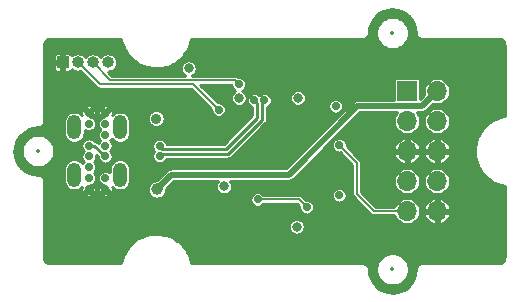
<source format=gbr>
%TF.GenerationSoftware,KiCad,Pcbnew,(5.1.12-1-10_14)*%
%TF.CreationDate,2022-09-08T10:24:56+08:00*%
%TF.ProjectId,0102-TILEDAP,30313032-2d54-4494-9c45-4441502e6b69,rev?*%
%TF.SameCoordinates,Original*%
%TF.FileFunction,Copper,L4,Bot*%
%TF.FilePolarity,Positive*%
%FSLAX46Y46*%
G04 Gerber Fmt 4.6, Leading zero omitted, Abs format (unit mm)*
G04 Created by KiCad (PCBNEW (5.1.12-1-10_14)) date 2022-09-08 10:24:56*
%MOMM*%
%LPD*%
G01*
G04 APERTURE LIST*
%TA.AperFunction,ComponentPad*%
%ADD10O,1.700000X1.700000*%
%TD*%
%TA.AperFunction,ComponentPad*%
%ADD11R,1.700000X1.700000*%
%TD*%
%TA.AperFunction,ComponentPad*%
%ADD12O,1.000000X1.000000*%
%TD*%
%TA.AperFunction,ComponentPad*%
%ADD13R,1.000000X1.000000*%
%TD*%
%TA.AperFunction,ComponentPad*%
%ADD14C,0.700000*%
%TD*%
%TA.AperFunction,ComponentPad*%
%ADD15O,1.200000X2.100000*%
%TD*%
%TA.AperFunction,ViaPad*%
%ADD16C,1.000000*%
%TD*%
%TA.AperFunction,ViaPad*%
%ADD17C,0.500000*%
%TD*%
%TA.AperFunction,ViaPad*%
%ADD18C,0.800000*%
%TD*%
%TA.AperFunction,ViaPad*%
%ADD19C,0.900000*%
%TD*%
%TA.AperFunction,ViaPad*%
%ADD20C,0.700000*%
%TD*%
%TA.AperFunction,Conductor*%
%ADD21C,0.500000*%
%TD*%
%TA.AperFunction,Conductor*%
%ADD22C,0.280000*%
%TD*%
%TA.AperFunction,Conductor*%
%ADD23C,0.200000*%
%TD*%
%TA.AperFunction,Conductor*%
%ADD24C,0.254000*%
%TD*%
%TA.AperFunction,Conductor*%
%ADD25C,0.350000*%
%TD*%
%ADD26C,0.350000*%
%ADD27C,0.300000*%
%ADD28O,0.600000X1.500000*%
G04 APERTURE END LIST*
D10*
%TO.P,J3,10*%
%TO.N,GND*%
X36082000Y7220000D03*
%TO.P,J3,9*%
%TO.N,/TGT_NRESET*%
X33542000Y7220000D03*
%TO.P,J3,8*%
%TO.N,/TGT_TX*%
X36082000Y9760000D03*
%TO.P,J3,7*%
%TO.N,/TGT_RX*%
X33542000Y9760000D03*
%TO.P,J3,6*%
%TO.N,GND*%
X36082000Y12300000D03*
%TO.P,J3,5*%
X33542000Y12300000D03*
%TO.P,J3,4*%
%TO.N,+3V3*%
X36082000Y14840000D03*
%TO.P,J3,3*%
%TO.N,/TGT_SWCLK*%
X33542000Y14840000D03*
%TO.P,J3,2*%
%TO.N,VBUS*%
X36082000Y17380000D03*
D11*
%TO.P,J3,1*%
%TO.N,/TGT_SWDIO*%
X33542000Y17380000D03*
%TD*%
D12*
%TO.P,J2,4*%
%TO.N,VBUS*%
X8200000Y19800000D03*
%TO.P,J2,3*%
%TO.N,/IF_SWDIO*%
X6930000Y19800000D03*
%TO.P,J2,2*%
%TO.N,/IF_SWCLK*%
X5660000Y19800000D03*
D13*
%TO.P,J2,1*%
%TO.N,GND*%
X4390000Y19800000D03*
%TD*%
D14*
%TO.P,J1,B12*%
%TO.N,GND*%
X6600000Y15550000D03*
%TO.P,J1,B9*%
%TO.N,VBUS*%
X6600000Y14600000D03*
%TO.P,J1,B7*%
%TO.N,/D-*%
X6600000Y12750000D03*
%TO.P,J1,B6*%
%TO.N,/D+*%
X6600000Y11850000D03*
%TO.P,J1,B5*%
%TO.N,Net-(J1-PadB5)*%
X6600000Y10950000D03*
%TO.P,J1,B4*%
%TO.N,VBUS*%
X6600000Y10000000D03*
%TO.P,J1,B1*%
%TO.N,GND*%
X6600000Y9050000D03*
%TO.P,J1,A12*%
X8000000Y9050000D03*
%TO.P,J1,A9*%
%TO.N,VBUS*%
X8000000Y10000000D03*
%TO.P,J1,A7*%
%TO.N,/D-*%
X8000000Y11850000D03*
%TO.P,J1,A6*%
%TO.N,/D+*%
X8000000Y12750000D03*
%TO.P,J1,A5*%
%TO.N,Net-(J1-PadA5)*%
X8000000Y13650000D03*
%TO.P,J1,A4*%
%TO.N,VBUS*%
X8000000Y14600000D03*
%TO.P,J1,A1*%
%TO.N,GND*%
X8000000Y15550000D03*
D15*
%TO.P,J1,S4*%
%TO.N,N/C*%
X5370000Y10300000D03*
%TO.P,J1,S1*%
%TO.N,Net-(J1-PadS1)*%
X9230000Y10300000D03*
X5370000Y14300000D03*
X9230000Y14300000D03*
%TD*%
D16*
%TO.N,VBUS*%
X12350000Y9050000D03*
D17*
%TO.N,GND*%
X20600000Y13000000D03*
X22000000Y13000000D03*
X22000000Y11600000D03*
X20600000Y11600000D03*
X14600000Y13100000D03*
X14600000Y13800000D03*
X10800000Y9800000D03*
X11550000Y9800000D03*
X10800000Y14800000D03*
X15300000Y17300000D03*
X15300000Y16550000D03*
X12300000Y16550000D03*
X12300000Y17300000D03*
X15300000Y7800000D03*
X15300000Y7050000D03*
X12300000Y7800000D03*
X12300000Y7050000D03*
X10800000Y15800000D03*
X7300000Y21300000D03*
X19800000Y21300000D03*
X24800000Y21300000D03*
X27300000Y21300000D03*
X29800000Y21300000D03*
X34800000Y21300000D03*
X37300000Y21300000D03*
X39800000Y21300000D03*
X41300000Y19800000D03*
X41300000Y17300000D03*
X41300000Y7300000D03*
X41300000Y4800000D03*
X39800000Y3300000D03*
X37300000Y3300000D03*
X34800000Y3300000D03*
X29800000Y3300000D03*
X27300000Y3300000D03*
X24800000Y3300000D03*
X22300000Y3300000D03*
X19800000Y3300000D03*
X17300000Y3300000D03*
X7300000Y3300000D03*
X4800000Y3300000D03*
X3300000Y4800000D03*
X3300000Y7300000D03*
X3300000Y9800000D03*
X3300000Y14800000D03*
X3300000Y17300000D03*
X3300000Y19800000D03*
X4800000Y21300000D03*
X5800000Y17300000D03*
X8800000Y7300000D03*
X5550000Y6050000D03*
X6550000Y6050000D03*
X7550000Y6050000D03*
X5550000Y5050000D03*
X6550000Y5050000D03*
X7550000Y5050000D03*
X26550000Y19550000D03*
X27550000Y19550000D03*
X28550000Y19550000D03*
X26550000Y18550000D03*
X27550000Y18550000D03*
X28550000Y18550000D03*
X38050000Y19300000D03*
X39050000Y19300000D03*
X38050000Y18300000D03*
X39050000Y18300000D03*
X30550000Y11800000D03*
X31550000Y11800000D03*
X30550000Y12800000D03*
X31550000Y12800000D03*
X30550000Y9800000D03*
X31550000Y9800000D03*
X30550000Y8800000D03*
X31550000Y8800000D03*
X29050000Y14050000D03*
X29800000Y14800000D03*
X25050000Y15800000D03*
X26050000Y15800000D03*
X22300000Y7550000D03*
X24050000Y7550000D03*
X24800000Y6550000D03*
X24300000Y15300000D03*
X16050000Y7800000D03*
X16050000Y7050000D03*
X18050000Y8300000D03*
X20800000Y4300000D03*
X22050000Y4800000D03*
X23300000Y4800000D03*
X27800000Y6550000D03*
X27800000Y9550000D03*
X19050000Y18800000D03*
X21300000Y20800000D03*
X21300000Y20050000D03*
X28800000Y6550000D03*
X27800000Y5550000D03*
X28800000Y5550000D03*
X29800000Y6550000D03*
X29800000Y5550000D03*
X31550000Y13800000D03*
D18*
%TO.N,+3V3*%
X19300000Y16800000D03*
X24300000Y16800000D03*
D19*
X12300000Y15050000D03*
D18*
X18050000Y9300000D03*
D20*
X27500000Y16100000D03*
X27800000Y8550000D03*
D18*
X15050000Y19300000D03*
X24200000Y5900000D03*
D20*
%TO.N,/TGT_USB_D+*%
X12600000Y12725000D03*
X20625000Y16600000D03*
%TO.N,/TGT_USB_D-*%
X12600000Y11875000D03*
X21475000Y16600000D03*
%TO.N,/TGT_NRESET*%
X27800000Y12800000D03*
%TO.N,/IF_NRESET*%
X25050000Y7550000D03*
X20900000Y8200000D03*
%TO.N,/IF_SWDIO*%
X19300000Y17950000D03*
%TO.N,/IF_SWCLK*%
X17600000Y15800000D03*
%TD*%
D21*
%TO.N,VBUS*%
X13600000Y10300000D02*
X12350000Y9050000D01*
X23550000Y10300000D02*
X13600000Y10300000D01*
X36082000Y17380000D02*
X34802000Y16100000D01*
X29350000Y16100000D02*
X23550000Y10300000D01*
X34802000Y16100000D02*
X29350000Y16100000D01*
D22*
%TO.N,/TGT_USB_D+*%
X20835000Y16390000D02*
X20835000Y15139056D01*
X20625000Y16600000D02*
X20835000Y16390000D01*
X12810000Y12515000D02*
X12600000Y12725000D01*
X18210944Y12515000D02*
X12810000Y12515000D01*
X20835000Y15139056D02*
X18210944Y12515000D01*
%TO.N,/TGT_USB_D-*%
X21265000Y16390000D02*
X21265000Y14960944D01*
X21475000Y16600000D02*
X21265000Y16390000D01*
X12810000Y12085000D02*
X12600000Y11875000D01*
X21265000Y14960944D02*
X18389056Y12085000D01*
X18389056Y12085000D02*
X12810000Y12085000D01*
D23*
%TO.N,/TGT_NRESET*%
X30730000Y7220000D02*
X33542000Y7220000D01*
X27800000Y12800000D02*
X29300000Y11300000D01*
X29300000Y8650000D02*
X30730000Y7220000D01*
X29300000Y11300000D02*
X29300000Y8650000D01*
%TO.N,/IF_NRESET*%
X24400000Y8200000D02*
X25050000Y7550000D01*
X20900000Y8200000D02*
X24400000Y8200000D01*
D22*
%TO.N,/D-*%
X7952798Y11850000D02*
X8000000Y11850000D01*
X7052798Y12750000D02*
X7952798Y11850000D01*
X6600000Y12750000D02*
X7052798Y12750000D01*
D23*
%TO.N,/IF_SWDIO*%
X19300000Y17950000D02*
X18950000Y18300000D01*
X8430000Y18300000D02*
X18950000Y18300000D01*
X6930000Y19800000D02*
X8430000Y18300000D01*
%TO.N,/IF_SWCLK*%
X15450010Y17949990D02*
X7510010Y17949990D01*
X7510010Y17949990D02*
X5660000Y19800000D01*
X17600000Y15800000D02*
X15450010Y17949990D01*
%TD*%
D24*
%TO.N,GND*%
X32674115Y24261188D02*
X33047924Y24151170D01*
X33393239Y23970643D01*
X33696911Y23726484D01*
X33947383Y23427984D01*
X34135100Y23086527D01*
X34252922Y22715105D01*
X34297893Y22314180D01*
X34298004Y22298285D01*
X34298007Y22297522D01*
X34299339Y22284420D01*
X34299247Y22271234D01*
X34299659Y22267038D01*
X34303739Y22228217D01*
X34309233Y22201453D01*
X34314371Y22174519D01*
X34315590Y22170482D01*
X34327133Y22133195D01*
X34337712Y22108029D01*
X34347992Y22082584D01*
X34349972Y22078861D01*
X34368537Y22044525D01*
X34383815Y22021875D01*
X34398834Y21998923D01*
X34401500Y21995655D01*
X34426381Y21965580D01*
X34445798Y21946299D01*
X34464953Y21926739D01*
X34468202Y21924051D01*
X34498451Y21899381D01*
X34521227Y21884249D01*
X34543831Y21868772D01*
X34547541Y21866766D01*
X34582005Y21848441D01*
X34607293Y21838018D01*
X34632468Y21827228D01*
X34636497Y21825981D01*
X34673864Y21814699D01*
X34700671Y21809391D01*
X34727489Y21803691D01*
X34731683Y21803250D01*
X34770530Y21799441D01*
X34770536Y21799441D01*
X34785167Y21798000D01*
X41285226Y21798000D01*
X41396447Y21787094D01*
X41489222Y21759084D01*
X41574784Y21713591D01*
X41649887Y21652339D01*
X41711662Y21577666D01*
X41757754Y21492420D01*
X41786410Y21399843D01*
X41798001Y21289563D01*
X41798000Y15260614D01*
X41350383Y15154277D01*
X41324543Y15145398D01*
X41298489Y15136850D01*
X41294641Y15135123D01*
X40814070Y14915469D01*
X40790454Y14901744D01*
X40766550Y14888295D01*
X40763111Y14885854D01*
X40334355Y14577040D01*
X40313836Y14558974D01*
X40293017Y14541152D01*
X40290118Y14538090D01*
X39929511Y14151878D01*
X39912918Y14130204D01*
X39895931Y14108645D01*
X39893682Y14105077D01*
X39614959Y13656179D01*
X39602889Y13631688D01*
X39590416Y13607247D01*
X39588903Y13603311D01*
X39402678Y13108823D01*
X39395578Y13082391D01*
X39388108Y13056056D01*
X39387388Y13051901D01*
X39300757Y12530660D01*
X39298928Y12503391D01*
X39296712Y12476068D01*
X39296813Y12471852D01*
X39313074Y11943711D01*
X39316572Y11916649D01*
X39319710Y11889373D01*
X39320628Y11885257D01*
X39439163Y11370333D01*
X39447857Y11344447D01*
X39456227Y11318318D01*
X39457927Y11314459D01*
X39674221Y10832365D01*
X39687789Y10808640D01*
X39701063Y10784656D01*
X39703480Y10781201D01*
X40009293Y10350300D01*
X40027206Y10329668D01*
X40044891Y10308713D01*
X40047933Y10305792D01*
X40431619Y9942497D01*
X40453218Y9925722D01*
X40474617Y9908617D01*
X40478168Y9906343D01*
X40925110Y9624492D01*
X40949527Y9612245D01*
X40973869Y9599608D01*
X40977795Y9598068D01*
X41470970Y9408396D01*
X41497305Y9401124D01*
X41523634Y9393457D01*
X41527784Y9392708D01*
X41798001Y9345856D01*
X41798000Y3314774D01*
X41787095Y3203553D01*
X41759084Y3110778D01*
X41713589Y3025213D01*
X41652337Y2950111D01*
X41577666Y2888338D01*
X41492422Y2842247D01*
X41399844Y2813590D01*
X41289581Y2802000D01*
X34785167Y2802000D01*
X34772422Y2800745D01*
X34771235Y2800753D01*
X34767038Y2800341D01*
X34747886Y2798328D01*
X34740798Y2797630D01*
X34740562Y2797558D01*
X34728218Y2796261D01*
X34701454Y2790767D01*
X34674519Y2785629D01*
X34670482Y2784410D01*
X34633195Y2772868D01*
X34608016Y2762283D01*
X34582585Y2752009D01*
X34578861Y2750028D01*
X34544525Y2731463D01*
X34521875Y2716185D01*
X34498923Y2701166D01*
X34495655Y2698500D01*
X34465580Y2673619D01*
X34446317Y2654221D01*
X34426738Y2635047D01*
X34424051Y2631797D01*
X34399381Y2601549D01*
X34384260Y2578788D01*
X34368772Y2556169D01*
X34366766Y2552459D01*
X34348441Y2517995D01*
X34338018Y2492707D01*
X34327228Y2467532D01*
X34325981Y2463503D01*
X34314699Y2426136D01*
X34309390Y2399322D01*
X34303691Y2372511D01*
X34303250Y2368317D01*
X34299441Y2329470D01*
X34258528Y1912201D01*
X34145905Y1539175D01*
X33962971Y1195125D01*
X33716695Y893161D01*
X33416458Y644784D01*
X33073693Y459452D01*
X32701464Y344228D01*
X32313935Y303497D01*
X31925885Y338812D01*
X31552075Y448830D01*
X31206762Y629357D01*
X30903086Y873518D01*
X30652616Y1172018D01*
X30464900Y1513474D01*
X30347078Y1884895D01*
X30302107Y2285819D01*
X30301996Y2301715D01*
X30301993Y2302478D01*
X30300661Y2315580D01*
X30300753Y2328765D01*
X30300341Y2332962D01*
X30296261Y2371782D01*
X30290767Y2398546D01*
X30285629Y2425481D01*
X30284410Y2429518D01*
X30282521Y2435623D01*
X30923000Y2435623D01*
X30923000Y2164377D01*
X30975917Y1898344D01*
X31079718Y1647746D01*
X31230414Y1422213D01*
X31422213Y1230414D01*
X31647746Y1079718D01*
X31898344Y975917D01*
X32164377Y923000D01*
X32435623Y923000D01*
X32701656Y975917D01*
X32952254Y1079718D01*
X33177787Y1230414D01*
X33369586Y1422213D01*
X33520282Y1647746D01*
X33624083Y1898344D01*
X33677000Y2164377D01*
X33677000Y2435623D01*
X33624083Y2701656D01*
X33520282Y2952254D01*
X33369586Y3177787D01*
X33177787Y3369586D01*
X32952254Y3520282D01*
X32701656Y3624083D01*
X32435623Y3677000D01*
X32164377Y3677000D01*
X31898344Y3624083D01*
X31647746Y3520282D01*
X31422213Y3369586D01*
X31230414Y3177787D01*
X31079718Y2952254D01*
X30975917Y2701656D01*
X30923000Y2435623D01*
X30282521Y2435623D01*
X30272868Y2466805D01*
X30262283Y2491984D01*
X30252009Y2517415D01*
X30250028Y2521139D01*
X30231463Y2555475D01*
X30216185Y2578125D01*
X30201166Y2601077D01*
X30198500Y2604345D01*
X30173619Y2634420D01*
X30154221Y2653683D01*
X30135047Y2673262D01*
X30131797Y2675949D01*
X30101549Y2700619D01*
X30078788Y2715740D01*
X30056169Y2731228D01*
X30052459Y2733234D01*
X30017995Y2751559D01*
X29992707Y2761982D01*
X29967532Y2772772D01*
X29963503Y2774019D01*
X29926136Y2785301D01*
X29899322Y2790610D01*
X29872511Y2796309D01*
X29868317Y2796750D01*
X29829470Y2800559D01*
X29829464Y2800559D01*
X29814833Y2802000D01*
X15260614Y2802000D01*
X15154277Y3249617D01*
X15145398Y3275457D01*
X15136850Y3301511D01*
X15135123Y3305359D01*
X14915469Y3785930D01*
X14901744Y3809546D01*
X14888295Y3833450D01*
X14885854Y3836889D01*
X14577040Y4265645D01*
X14558974Y4286164D01*
X14541152Y4306983D01*
X14538090Y4309882D01*
X14151878Y4670489D01*
X14130204Y4687082D01*
X14108645Y4704069D01*
X14105077Y4706318D01*
X13656179Y4985041D01*
X13631688Y4997111D01*
X13607247Y5009584D01*
X13603311Y5011097D01*
X13108823Y5197322D01*
X13082391Y5204422D01*
X13056056Y5211892D01*
X13051901Y5212612D01*
X12530660Y5299243D01*
X12503391Y5301072D01*
X12476068Y5303288D01*
X12471852Y5303187D01*
X12471851Y5303187D01*
X11943711Y5286926D01*
X11916649Y5283428D01*
X11889373Y5280290D01*
X11885257Y5279372D01*
X11370333Y5160837D01*
X11344435Y5152139D01*
X11318319Y5143773D01*
X11314459Y5142073D01*
X10832365Y4925779D01*
X10808640Y4912211D01*
X10784656Y4898937D01*
X10781201Y4896520D01*
X10350300Y4590707D01*
X10329705Y4572827D01*
X10308712Y4555109D01*
X10305792Y4552066D01*
X9942497Y4168381D01*
X9925722Y4146782D01*
X9908617Y4125383D01*
X9906343Y4121832D01*
X9624492Y3674890D01*
X9612245Y3650473D01*
X9599608Y3626131D01*
X9598068Y3622205D01*
X9408396Y3129030D01*
X9401127Y3102706D01*
X9393457Y3076367D01*
X9392708Y3072217D01*
X9345857Y2802000D01*
X3314774Y2802000D01*
X3203553Y2812905D01*
X3110778Y2840916D01*
X3025213Y2886411D01*
X2950111Y2947663D01*
X2888338Y3022334D01*
X2842247Y3107578D01*
X2813590Y3200156D01*
X2802000Y3310419D01*
X2802000Y5966679D01*
X23523000Y5966679D01*
X23523000Y5833321D01*
X23549016Y5702526D01*
X23600050Y5579320D01*
X23674140Y5468437D01*
X23768437Y5374140D01*
X23879320Y5300050D01*
X24002526Y5249016D01*
X24133321Y5223000D01*
X24266679Y5223000D01*
X24397474Y5249016D01*
X24520680Y5300050D01*
X24631563Y5374140D01*
X24725860Y5468437D01*
X24799950Y5579320D01*
X24850984Y5702526D01*
X24877000Y5833321D01*
X24877000Y5966679D01*
X24850984Y6097474D01*
X24799950Y6220680D01*
X24725860Y6331563D01*
X24631563Y6425860D01*
X24520680Y6499950D01*
X24397474Y6550984D01*
X24266679Y6577000D01*
X24133321Y6577000D01*
X24002526Y6550984D01*
X23879320Y6499950D01*
X23768437Y6425860D01*
X23674140Y6331563D01*
X23600050Y6220680D01*
X23549016Y6097474D01*
X23523000Y5966679D01*
X2802000Y5966679D01*
X2802000Y8261754D01*
X20273000Y8261754D01*
X20273000Y8138246D01*
X20297095Y8017111D01*
X20344360Y7903004D01*
X20412977Y7800311D01*
X20500311Y7712977D01*
X20603004Y7644360D01*
X20717111Y7597095D01*
X20838246Y7573000D01*
X20961754Y7573000D01*
X21082889Y7597095D01*
X21196996Y7644360D01*
X21299689Y7712977D01*
X21387023Y7800311D01*
X21402183Y7823000D01*
X24243842Y7823000D01*
X24428324Y7638518D01*
X24423000Y7611754D01*
X24423000Y7488246D01*
X24447095Y7367111D01*
X24494360Y7253004D01*
X24562977Y7150311D01*
X24650311Y7062977D01*
X24753004Y6994360D01*
X24867111Y6947095D01*
X24988246Y6923000D01*
X25111754Y6923000D01*
X25232889Y6947095D01*
X25346996Y6994360D01*
X25449689Y7062977D01*
X25537023Y7150311D01*
X25605640Y7253004D01*
X25652905Y7367111D01*
X25677000Y7488246D01*
X25677000Y7611754D01*
X25652905Y7732889D01*
X25605640Y7846996D01*
X25537023Y7949689D01*
X25449689Y8037023D01*
X25346996Y8105640D01*
X25232889Y8152905D01*
X25111754Y8177000D01*
X24988246Y8177000D01*
X24961482Y8171676D01*
X24679677Y8453481D01*
X24667869Y8467869D01*
X24610463Y8514981D01*
X24544970Y8549988D01*
X24473905Y8571545D01*
X24418519Y8577000D01*
X24418512Y8577000D01*
X24400000Y8578823D01*
X24381488Y8577000D01*
X21402183Y8577000D01*
X21387023Y8599689D01*
X21374958Y8611754D01*
X27173000Y8611754D01*
X27173000Y8488246D01*
X27197095Y8367111D01*
X27244360Y8253004D01*
X27312977Y8150311D01*
X27400311Y8062977D01*
X27503004Y7994360D01*
X27617111Y7947095D01*
X27738246Y7923000D01*
X27861754Y7923000D01*
X27982889Y7947095D01*
X28096996Y7994360D01*
X28199689Y8062977D01*
X28287023Y8150311D01*
X28355640Y8253004D01*
X28402905Y8367111D01*
X28427000Y8488246D01*
X28427000Y8611754D01*
X28402905Y8732889D01*
X28355640Y8846996D01*
X28287023Y8949689D01*
X28199689Y9037023D01*
X28096996Y9105640D01*
X27982889Y9152905D01*
X27861754Y9177000D01*
X27738246Y9177000D01*
X27617111Y9152905D01*
X27503004Y9105640D01*
X27400311Y9037023D01*
X27312977Y8949689D01*
X27244360Y8846996D01*
X27197095Y8732889D01*
X27173000Y8611754D01*
X21374958Y8611754D01*
X21299689Y8687023D01*
X21196996Y8755640D01*
X21082889Y8802905D01*
X20961754Y8827000D01*
X20838246Y8827000D01*
X20717111Y8802905D01*
X20603004Y8755640D01*
X20500311Y8687023D01*
X20412977Y8599689D01*
X20344360Y8496996D01*
X20297095Y8382889D01*
X20273000Y8261754D01*
X2802000Y8261754D01*
X2802000Y8573966D01*
X6303571Y8573966D01*
X6340022Y8476106D01*
X6456978Y8436414D01*
X6579431Y8420302D01*
X6702674Y8428389D01*
X6821971Y8460364D01*
X6859978Y8476106D01*
X6896429Y8573966D01*
X7703571Y8573966D01*
X7740022Y8476106D01*
X7856978Y8436414D01*
X7979431Y8420302D01*
X8102674Y8428389D01*
X8221971Y8460364D01*
X8259978Y8476106D01*
X8296429Y8573966D01*
X8000000Y8870395D01*
X7703571Y8573966D01*
X6896429Y8573966D01*
X6600000Y8870395D01*
X6303571Y8573966D01*
X2802000Y8573966D01*
X2802000Y9814833D01*
X2800745Y9827578D01*
X2800753Y9828765D01*
X2800341Y9832962D01*
X2798328Y9852114D01*
X2797630Y9859202D01*
X2797558Y9859438D01*
X2796261Y9871782D01*
X2790767Y9898546D01*
X2785629Y9925481D01*
X2784410Y9929518D01*
X2772868Y9966805D01*
X2762283Y9991984D01*
X2752009Y10017415D01*
X2750028Y10021139D01*
X2731463Y10055475D01*
X2716185Y10078125D01*
X2701166Y10101077D01*
X2698500Y10104345D01*
X2673619Y10134420D01*
X2654221Y10153683D01*
X2635047Y10173262D01*
X2631797Y10175949D01*
X2601549Y10200619D01*
X2578788Y10215740D01*
X2556169Y10231228D01*
X2552459Y10233234D01*
X2517995Y10251559D01*
X2492707Y10261982D01*
X2467532Y10272772D01*
X2463503Y10274019D01*
X2426136Y10285301D01*
X2399322Y10290610D01*
X2372511Y10296309D01*
X2368317Y10296750D01*
X2329470Y10300559D01*
X1912201Y10341472D01*
X1539175Y10454095D01*
X1195125Y10637029D01*
X1003789Y10793079D01*
X4493000Y10793079D01*
X4493000Y9806922D01*
X4505690Y9678079D01*
X4555838Y9512764D01*
X4637273Y9360409D01*
X4746867Y9226867D01*
X4880408Y9117273D01*
X5032763Y9035838D01*
X5198078Y8985690D01*
X5370000Y8968757D01*
X5541921Y8985690D01*
X5707236Y9035838D01*
X5859591Y9117273D01*
X5993133Y9226867D01*
X6001262Y9236772D01*
X5986414Y9193022D01*
X5970302Y9070569D01*
X5978389Y8947326D01*
X6010364Y8828029D01*
X6026106Y8790022D01*
X6123966Y8753571D01*
X6420395Y9050000D01*
X6779605Y9050000D01*
X7076034Y8753571D01*
X7173894Y8790022D01*
X7213586Y8906978D01*
X7229698Y9029431D01*
X7226999Y9070569D01*
X7370302Y9070569D01*
X7378389Y8947326D01*
X7410364Y8828029D01*
X7426106Y8790022D01*
X7523966Y8753571D01*
X7820395Y9050000D01*
X7523966Y9346429D01*
X7426106Y9309978D01*
X7386414Y9193022D01*
X7370302Y9070569D01*
X7226999Y9070569D01*
X7221611Y9152674D01*
X7189636Y9271971D01*
X7173894Y9309978D01*
X7076034Y9346429D01*
X6779605Y9050000D01*
X6420395Y9050000D01*
X6406253Y9064142D01*
X6585858Y9243747D01*
X6600000Y9229605D01*
X6763666Y9393271D01*
X6782889Y9397095D01*
X6896996Y9444360D01*
X6999689Y9512977D01*
X7087023Y9600311D01*
X7155640Y9703004D01*
X7202905Y9817111D01*
X7227000Y9938246D01*
X7227000Y10061754D01*
X7373000Y10061754D01*
X7373000Y9938246D01*
X7397095Y9817111D01*
X7444360Y9703004D01*
X7512977Y9600311D01*
X7600311Y9512977D01*
X7703004Y9444360D01*
X7817111Y9397095D01*
X7836334Y9393271D01*
X8000000Y9229605D01*
X8014143Y9243747D01*
X8193748Y9064142D01*
X8179605Y9050000D01*
X8476034Y8753571D01*
X8573894Y8790022D01*
X8613586Y8906978D01*
X8629698Y9029431D01*
X8621611Y9152674D01*
X8599231Y9236171D01*
X8606867Y9226867D01*
X8740408Y9117273D01*
X8892763Y9035838D01*
X9058078Y8985690D01*
X9230000Y8968757D01*
X9401921Y8985690D01*
X9567236Y9035838D01*
X9719591Y9117273D01*
X9730868Y9126528D01*
X11573000Y9126528D01*
X11573000Y8973472D01*
X11602859Y8823357D01*
X11661431Y8681952D01*
X11746464Y8554691D01*
X11854691Y8446464D01*
X11981952Y8361431D01*
X12123357Y8302859D01*
X12273472Y8273000D01*
X12426528Y8273000D01*
X12576643Y8302859D01*
X12718048Y8361431D01*
X12845309Y8446464D01*
X12953536Y8554691D01*
X13038569Y8681952D01*
X13097141Y8823357D01*
X13127000Y8973472D01*
X13127000Y9081711D01*
X13818290Y9773000D01*
X17565577Y9773000D01*
X17524140Y9731563D01*
X17450050Y9620680D01*
X17399016Y9497474D01*
X17373000Y9366679D01*
X17373000Y9233321D01*
X17399016Y9102526D01*
X17450050Y8979320D01*
X17524140Y8868437D01*
X17618437Y8774140D01*
X17729320Y8700050D01*
X17852526Y8649016D01*
X17983321Y8623000D01*
X18116679Y8623000D01*
X18247474Y8649016D01*
X18370680Y8700050D01*
X18481563Y8774140D01*
X18575860Y8868437D01*
X18649950Y8979320D01*
X18700984Y9102526D01*
X18727000Y9233321D01*
X18727000Y9366679D01*
X18700984Y9497474D01*
X18649950Y9620680D01*
X18575860Y9731563D01*
X18534423Y9773000D01*
X23524119Y9773000D01*
X23550000Y9770451D01*
X23575881Y9773000D01*
X23653310Y9780626D01*
X23752650Y9810761D01*
X23844202Y9859696D01*
X23924448Y9925552D01*
X23940955Y9945666D01*
X26857044Y12861754D01*
X27173000Y12861754D01*
X27173000Y12738246D01*
X27197095Y12617111D01*
X27244360Y12503004D01*
X27312977Y12400311D01*
X27400311Y12312977D01*
X27503004Y12244360D01*
X27617111Y12197095D01*
X27738246Y12173000D01*
X27861754Y12173000D01*
X27888518Y12178324D01*
X28923000Y11143842D01*
X28923001Y8668522D01*
X28921177Y8650000D01*
X28928455Y8576095D01*
X28950012Y8505031D01*
X28985020Y8439537D01*
X29020326Y8396516D01*
X29020329Y8396513D01*
X29032132Y8382131D01*
X29046514Y8370328D01*
X30450323Y6966519D01*
X30462131Y6952131D01*
X30519537Y6905019D01*
X30585030Y6870012D01*
X30656095Y6848455D01*
X30711481Y6843000D01*
X30711490Y6843000D01*
X30729999Y6841177D01*
X30748508Y6843000D01*
X32478303Y6843000D01*
X32543266Y6686165D01*
X32666602Y6501579D01*
X32823579Y6344602D01*
X33008165Y6221266D01*
X33213266Y6136310D01*
X33431000Y6093000D01*
X33653000Y6093000D01*
X33870734Y6136310D01*
X34075835Y6221266D01*
X34260421Y6344602D01*
X34417398Y6501579D01*
X34540734Y6686165D01*
X34625690Y6891266D01*
X34631283Y6919385D01*
X34995833Y6919385D01*
X35011866Y6866508D01*
X35101391Y6664527D01*
X35228601Y6483893D01*
X35388606Y6331547D01*
X35575258Y6213344D01*
X35781384Y6133826D01*
X35955000Y6169422D01*
X35955000Y7093000D01*
X36209000Y7093000D01*
X36209000Y6169422D01*
X36382616Y6133826D01*
X36588742Y6213344D01*
X36775394Y6331547D01*
X36935399Y6483893D01*
X37062609Y6664527D01*
X37152134Y6866508D01*
X37168167Y6919385D01*
X37132098Y7093000D01*
X36209000Y7093000D01*
X35955000Y7093000D01*
X35031902Y7093000D01*
X34995833Y6919385D01*
X34631283Y6919385D01*
X34669000Y7109000D01*
X34669000Y7331000D01*
X34631284Y7520615D01*
X34995833Y7520615D01*
X35031902Y7347000D01*
X35955000Y7347000D01*
X35955000Y8270578D01*
X36209000Y8270578D01*
X36209000Y7347000D01*
X37132098Y7347000D01*
X37168167Y7520615D01*
X37152134Y7573492D01*
X37062609Y7775473D01*
X36935399Y7956107D01*
X36775394Y8108453D01*
X36588742Y8226656D01*
X36382616Y8306174D01*
X36209000Y8270578D01*
X35955000Y8270578D01*
X35781384Y8306174D01*
X35575258Y8226656D01*
X35388606Y8108453D01*
X35228601Y7956107D01*
X35101391Y7775473D01*
X35011866Y7573492D01*
X34995833Y7520615D01*
X34631284Y7520615D01*
X34625690Y7548734D01*
X34540734Y7753835D01*
X34417398Y7938421D01*
X34260421Y8095398D01*
X34075835Y8218734D01*
X33870734Y8303690D01*
X33653000Y8347000D01*
X33431000Y8347000D01*
X33213266Y8303690D01*
X33008165Y8218734D01*
X32823579Y8095398D01*
X32666602Y7938421D01*
X32543266Y7753835D01*
X32478303Y7597000D01*
X30886158Y7597000D01*
X29677000Y8806158D01*
X29677000Y9871000D01*
X32415000Y9871000D01*
X32415000Y9649000D01*
X32458310Y9431266D01*
X32543266Y9226165D01*
X32666602Y9041579D01*
X32823579Y8884602D01*
X33008165Y8761266D01*
X33213266Y8676310D01*
X33431000Y8633000D01*
X33653000Y8633000D01*
X33870734Y8676310D01*
X34075835Y8761266D01*
X34260421Y8884602D01*
X34417398Y9041579D01*
X34540734Y9226165D01*
X34625690Y9431266D01*
X34669000Y9649000D01*
X34669000Y9871000D01*
X34955000Y9871000D01*
X34955000Y9649000D01*
X34998310Y9431266D01*
X35083266Y9226165D01*
X35206602Y9041579D01*
X35363579Y8884602D01*
X35548165Y8761266D01*
X35753266Y8676310D01*
X35971000Y8633000D01*
X36193000Y8633000D01*
X36410734Y8676310D01*
X36615835Y8761266D01*
X36800421Y8884602D01*
X36957398Y9041579D01*
X37080734Y9226165D01*
X37165690Y9431266D01*
X37209000Y9649000D01*
X37209000Y9871000D01*
X37165690Y10088734D01*
X37080734Y10293835D01*
X36957398Y10478421D01*
X36800421Y10635398D01*
X36615835Y10758734D01*
X36410734Y10843690D01*
X36193000Y10887000D01*
X35971000Y10887000D01*
X35753266Y10843690D01*
X35548165Y10758734D01*
X35363579Y10635398D01*
X35206602Y10478421D01*
X35083266Y10293835D01*
X34998310Y10088734D01*
X34955000Y9871000D01*
X34669000Y9871000D01*
X34625690Y10088734D01*
X34540734Y10293835D01*
X34417398Y10478421D01*
X34260421Y10635398D01*
X34075835Y10758734D01*
X33870734Y10843690D01*
X33653000Y10887000D01*
X33431000Y10887000D01*
X33213266Y10843690D01*
X33008165Y10758734D01*
X32823579Y10635398D01*
X32666602Y10478421D01*
X32543266Y10293835D01*
X32458310Y10088734D01*
X32415000Y9871000D01*
X29677000Y9871000D01*
X29677000Y11281492D01*
X29678823Y11300001D01*
X29677000Y11318510D01*
X29677000Y11318519D01*
X29671545Y11373905D01*
X29649988Y11444970D01*
X29614981Y11510463D01*
X29567869Y11567869D01*
X29553482Y11579676D01*
X29133773Y11999385D01*
X32455833Y11999385D01*
X32471866Y11946508D01*
X32561391Y11744527D01*
X32688601Y11563893D01*
X32848606Y11411547D01*
X33035258Y11293344D01*
X33241384Y11213826D01*
X33415000Y11249422D01*
X33415000Y12173000D01*
X33669000Y12173000D01*
X33669000Y11249422D01*
X33842616Y11213826D01*
X34048742Y11293344D01*
X34235394Y11411547D01*
X34395399Y11563893D01*
X34522609Y11744527D01*
X34612134Y11946508D01*
X34628167Y11999385D01*
X34995833Y11999385D01*
X35011866Y11946508D01*
X35101391Y11744527D01*
X35228601Y11563893D01*
X35388606Y11411547D01*
X35575258Y11293344D01*
X35781384Y11213826D01*
X35955000Y11249422D01*
X35955000Y12173000D01*
X36209000Y12173000D01*
X36209000Y11249422D01*
X36382616Y11213826D01*
X36588742Y11293344D01*
X36775394Y11411547D01*
X36935399Y11563893D01*
X37062609Y11744527D01*
X37152134Y11946508D01*
X37168167Y11999385D01*
X37132098Y12173000D01*
X36209000Y12173000D01*
X35955000Y12173000D01*
X35031902Y12173000D01*
X34995833Y11999385D01*
X34628167Y11999385D01*
X34592098Y12173000D01*
X33669000Y12173000D01*
X33415000Y12173000D01*
X32491902Y12173000D01*
X32455833Y11999385D01*
X29133773Y11999385D01*
X28532543Y12600615D01*
X32455833Y12600615D01*
X32491902Y12427000D01*
X33415000Y12427000D01*
X33415000Y13350578D01*
X33669000Y13350578D01*
X33669000Y12427000D01*
X34592098Y12427000D01*
X34628167Y12600615D01*
X34995833Y12600615D01*
X35031902Y12427000D01*
X35955000Y12427000D01*
X35955000Y13350578D01*
X36209000Y13350578D01*
X36209000Y12427000D01*
X37132098Y12427000D01*
X37168167Y12600615D01*
X37152134Y12653492D01*
X37062609Y12855473D01*
X36935399Y13036107D01*
X36775394Y13188453D01*
X36588742Y13306656D01*
X36382616Y13386174D01*
X36209000Y13350578D01*
X35955000Y13350578D01*
X35781384Y13386174D01*
X35575258Y13306656D01*
X35388606Y13188453D01*
X35228601Y13036107D01*
X35101391Y12855473D01*
X35011866Y12653492D01*
X34995833Y12600615D01*
X34628167Y12600615D01*
X34612134Y12653492D01*
X34522609Y12855473D01*
X34395399Y13036107D01*
X34235394Y13188453D01*
X34048742Y13306656D01*
X33842616Y13386174D01*
X33669000Y13350578D01*
X33415000Y13350578D01*
X33241384Y13386174D01*
X33035258Y13306656D01*
X32848606Y13188453D01*
X32688601Y13036107D01*
X32561391Y12855473D01*
X32471866Y12653492D01*
X32455833Y12600615D01*
X28532543Y12600615D01*
X28421676Y12711482D01*
X28427000Y12738246D01*
X28427000Y12861754D01*
X28402905Y12982889D01*
X28355640Y13096996D01*
X28287023Y13199689D01*
X28199689Y13287023D01*
X28096996Y13355640D01*
X27982889Y13402905D01*
X27861754Y13427000D01*
X27738246Y13427000D01*
X27617111Y13402905D01*
X27503004Y13355640D01*
X27400311Y13287023D01*
X27312977Y13199689D01*
X27244360Y13096996D01*
X27197095Y12982889D01*
X27173000Y12861754D01*
X26857044Y12861754D01*
X29568291Y15573000D01*
X32681181Y15573000D01*
X32666602Y15558421D01*
X32543266Y15373835D01*
X32458310Y15168734D01*
X32415000Y14951000D01*
X32415000Y14729000D01*
X32458310Y14511266D01*
X32543266Y14306165D01*
X32666602Y14121579D01*
X32823579Y13964602D01*
X33008165Y13841266D01*
X33213266Y13756310D01*
X33431000Y13713000D01*
X33653000Y13713000D01*
X33870734Y13756310D01*
X34075835Y13841266D01*
X34260421Y13964602D01*
X34417398Y14121579D01*
X34540734Y14306165D01*
X34625690Y14511266D01*
X34669000Y14729000D01*
X34669000Y14951000D01*
X34955000Y14951000D01*
X34955000Y14729000D01*
X34998310Y14511266D01*
X35083266Y14306165D01*
X35206602Y14121579D01*
X35363579Y13964602D01*
X35548165Y13841266D01*
X35753266Y13756310D01*
X35971000Y13713000D01*
X36193000Y13713000D01*
X36410734Y13756310D01*
X36615835Y13841266D01*
X36800421Y13964602D01*
X36957398Y14121579D01*
X37080734Y14306165D01*
X37165690Y14511266D01*
X37209000Y14729000D01*
X37209000Y14951000D01*
X37165690Y15168734D01*
X37080734Y15373835D01*
X36957398Y15558421D01*
X36800421Y15715398D01*
X36615835Y15838734D01*
X36410734Y15923690D01*
X36193000Y15967000D01*
X35971000Y15967000D01*
X35753266Y15923690D01*
X35548165Y15838734D01*
X35363579Y15715398D01*
X35206602Y15558421D01*
X35083266Y15373835D01*
X34998310Y15168734D01*
X34955000Y14951000D01*
X34669000Y14951000D01*
X34625690Y15168734D01*
X34540734Y15373835D01*
X34417398Y15558421D01*
X34402819Y15573000D01*
X34776119Y15573000D01*
X34802000Y15570451D01*
X34827881Y15573000D01*
X34905310Y15580626D01*
X35004650Y15610761D01*
X35096202Y15659696D01*
X35176448Y15725552D01*
X35192955Y15745666D01*
X35746431Y16299141D01*
X35753266Y16296310D01*
X35971000Y16253000D01*
X36193000Y16253000D01*
X36410734Y16296310D01*
X36615835Y16381266D01*
X36800421Y16504602D01*
X36957398Y16661579D01*
X37080734Y16846165D01*
X37165690Y17051266D01*
X37209000Y17269000D01*
X37209000Y17491000D01*
X37165690Y17708734D01*
X37080734Y17913835D01*
X36957398Y18098421D01*
X36800421Y18255398D01*
X36615835Y18378734D01*
X36410734Y18463690D01*
X36193000Y18507000D01*
X35971000Y18507000D01*
X35753266Y18463690D01*
X35548165Y18378734D01*
X35363579Y18255398D01*
X35206602Y18098421D01*
X35083266Y17913835D01*
X34998310Y17708734D01*
X34955000Y17491000D01*
X34955000Y17269000D01*
X34998310Y17051266D01*
X35001141Y17044431D01*
X34670340Y16713629D01*
X34670340Y18230000D01*
X34664992Y18284301D01*
X34649153Y18336516D01*
X34623431Y18384637D01*
X34588816Y18426816D01*
X34546637Y18461431D01*
X34498516Y18487153D01*
X34446301Y18502992D01*
X34392000Y18508340D01*
X32692000Y18508340D01*
X32637699Y18502992D01*
X32585484Y18487153D01*
X32537363Y18461431D01*
X32495184Y18426816D01*
X32460569Y18384637D01*
X32434847Y18336516D01*
X32419008Y18284301D01*
X32413660Y18230000D01*
X32413660Y16627000D01*
X29375881Y16627000D01*
X29350000Y16629549D01*
X29324119Y16627000D01*
X29246690Y16619374D01*
X29147350Y16589239D01*
X29055798Y16540304D01*
X28975552Y16474448D01*
X28959054Y16454345D01*
X23331711Y10827000D01*
X13625881Y10827000D01*
X13600000Y10829549D01*
X13574119Y10827000D01*
X13496690Y10819374D01*
X13397350Y10789239D01*
X13305798Y10740304D01*
X13225552Y10674448D01*
X13209049Y10654339D01*
X12381711Y9827000D01*
X12273472Y9827000D01*
X12123357Y9797141D01*
X11981952Y9738569D01*
X11854691Y9653536D01*
X11746464Y9545309D01*
X11661431Y9418048D01*
X11602859Y9276643D01*
X11573000Y9126528D01*
X9730868Y9126528D01*
X9853133Y9226867D01*
X9962727Y9360408D01*
X10044162Y9512763D01*
X10094310Y9678078D01*
X10107000Y9806921D01*
X10107000Y10793079D01*
X10094310Y10921922D01*
X10044162Y11087237D01*
X9962727Y11239592D01*
X9853133Y11373133D01*
X9719592Y11482727D01*
X9567237Y11564162D01*
X9401922Y11614310D01*
X9230000Y11631243D01*
X9058079Y11614310D01*
X8892764Y11564162D01*
X8740409Y11482727D01*
X8606868Y11373133D01*
X8497274Y11239592D01*
X8415839Y11087237D01*
X8365691Y10921922D01*
X8353000Y10793079D01*
X8353000Y10518219D01*
X8296996Y10555640D01*
X8182889Y10602905D01*
X8061754Y10627000D01*
X7938246Y10627000D01*
X7817111Y10602905D01*
X7703004Y10555640D01*
X7600311Y10487023D01*
X7512977Y10399689D01*
X7444360Y10296996D01*
X7397095Y10182889D01*
X7373000Y10061754D01*
X7227000Y10061754D01*
X7202905Y10182889D01*
X7155640Y10296996D01*
X7087023Y10399689D01*
X7011712Y10475000D01*
X7087023Y10550311D01*
X7155640Y10653004D01*
X7202905Y10767111D01*
X7227000Y10888246D01*
X7227000Y11011754D01*
X7202905Y11132889D01*
X7155640Y11246996D01*
X7087023Y11349689D01*
X7036712Y11400000D01*
X7087023Y11450311D01*
X7155640Y11553004D01*
X7202905Y11667111D01*
X7227000Y11788246D01*
X7227000Y11911754D01*
X7208547Y12004525D01*
X7373000Y11840071D01*
X7373000Y11788246D01*
X7397095Y11667111D01*
X7444360Y11553004D01*
X7512977Y11450311D01*
X7600311Y11362977D01*
X7703004Y11294360D01*
X7817111Y11247095D01*
X7938246Y11223000D01*
X8061754Y11223000D01*
X8182889Y11247095D01*
X8296996Y11294360D01*
X8399689Y11362977D01*
X8487023Y11450311D01*
X8555640Y11553004D01*
X8602905Y11667111D01*
X8627000Y11788246D01*
X8627000Y11911754D01*
X8602905Y12032889D01*
X8555640Y12146996D01*
X8487023Y12249689D01*
X8436712Y12300000D01*
X8487023Y12350311D01*
X8555640Y12453004D01*
X8602905Y12567111D01*
X8627000Y12688246D01*
X8627000Y12786754D01*
X11973000Y12786754D01*
X11973000Y12663246D01*
X11997095Y12542111D01*
X12044360Y12428004D01*
X12112977Y12325311D01*
X12138288Y12300000D01*
X12112977Y12274689D01*
X12044360Y12171996D01*
X11997095Y12057889D01*
X11973000Y11936754D01*
X11973000Y11813246D01*
X11997095Y11692111D01*
X12044360Y11578004D01*
X12112977Y11475311D01*
X12200311Y11387977D01*
X12303004Y11319360D01*
X12417111Y11272095D01*
X12538246Y11248000D01*
X12661754Y11248000D01*
X12782889Y11272095D01*
X12896996Y11319360D01*
X12999689Y11387977D01*
X13087023Y11475311D01*
X13155640Y11578004D01*
X13192918Y11668000D01*
X18368579Y11668000D01*
X18389056Y11665983D01*
X18409533Y11668000D01*
X18409536Y11668000D01*
X18470802Y11674034D01*
X18549407Y11697879D01*
X18621849Y11736600D01*
X18685346Y11788710D01*
X18698407Y11804625D01*
X21545381Y14651598D01*
X21561290Y14664654D01*
X21613400Y14728151D01*
X21652121Y14800593D01*
X21675966Y14879198D01*
X21682000Y14940464D01*
X21682000Y14940466D01*
X21684017Y14960943D01*
X21682000Y14981420D01*
X21682000Y16007082D01*
X21771996Y16044360D01*
X21874689Y16112977D01*
X21962023Y16200311D01*
X22030640Y16303004D01*
X22077905Y16417111D01*
X22102000Y16538246D01*
X22102000Y16661754D01*
X22077905Y16782889D01*
X22043198Y16866679D01*
X23623000Y16866679D01*
X23623000Y16733321D01*
X23649016Y16602526D01*
X23700050Y16479320D01*
X23774140Y16368437D01*
X23868437Y16274140D01*
X23979320Y16200050D01*
X24102526Y16149016D01*
X24233321Y16123000D01*
X24366679Y16123000D01*
X24497474Y16149016D01*
X24528226Y16161754D01*
X26873000Y16161754D01*
X26873000Y16038246D01*
X26897095Y15917111D01*
X26944360Y15803004D01*
X27012977Y15700311D01*
X27100311Y15612977D01*
X27203004Y15544360D01*
X27317111Y15497095D01*
X27438246Y15473000D01*
X27561754Y15473000D01*
X27682889Y15497095D01*
X27796996Y15544360D01*
X27899689Y15612977D01*
X27987023Y15700311D01*
X28055640Y15803004D01*
X28102905Y15917111D01*
X28127000Y16038246D01*
X28127000Y16161754D01*
X28102905Y16282889D01*
X28055640Y16396996D01*
X27987023Y16499689D01*
X27899689Y16587023D01*
X27796996Y16655640D01*
X27682889Y16702905D01*
X27561754Y16727000D01*
X27438246Y16727000D01*
X27317111Y16702905D01*
X27203004Y16655640D01*
X27100311Y16587023D01*
X27012977Y16499689D01*
X26944360Y16396996D01*
X26897095Y16282889D01*
X26873000Y16161754D01*
X24528226Y16161754D01*
X24620680Y16200050D01*
X24731563Y16274140D01*
X24825860Y16368437D01*
X24899950Y16479320D01*
X24950984Y16602526D01*
X24977000Y16733321D01*
X24977000Y16866679D01*
X24950984Y16997474D01*
X24899950Y17120680D01*
X24825860Y17231563D01*
X24731563Y17325860D01*
X24620680Y17399950D01*
X24497474Y17450984D01*
X24366679Y17477000D01*
X24233321Y17477000D01*
X24102526Y17450984D01*
X23979320Y17399950D01*
X23868437Y17325860D01*
X23774140Y17231563D01*
X23700050Y17120680D01*
X23649016Y16997474D01*
X23623000Y16866679D01*
X22043198Y16866679D01*
X22030640Y16896996D01*
X21962023Y16999689D01*
X21874689Y17087023D01*
X21771996Y17155640D01*
X21657889Y17202905D01*
X21536754Y17227000D01*
X21413246Y17227000D01*
X21292111Y17202905D01*
X21178004Y17155640D01*
X21075311Y17087023D01*
X21050000Y17061712D01*
X21024689Y17087023D01*
X20921996Y17155640D01*
X20807889Y17202905D01*
X20686754Y17227000D01*
X20563246Y17227000D01*
X20442111Y17202905D01*
X20328004Y17155640D01*
X20225311Y17087023D01*
X20137977Y16999689D01*
X20069360Y16896996D01*
X20022095Y16782889D01*
X19998000Y16661754D01*
X19998000Y16538246D01*
X20022095Y16417111D01*
X20069360Y16303004D01*
X20137977Y16200311D01*
X20225311Y16112977D01*
X20328004Y16044360D01*
X20418000Y16007082D01*
X20418001Y15311784D01*
X18038218Y12932000D01*
X13192918Y12932000D01*
X13155640Y13021996D01*
X13087023Y13124689D01*
X12999689Y13212023D01*
X12896996Y13280640D01*
X12782889Y13327905D01*
X12661754Y13352000D01*
X12538246Y13352000D01*
X12417111Y13327905D01*
X12303004Y13280640D01*
X12200311Y13212023D01*
X12112977Y13124689D01*
X12044360Y13021996D01*
X11997095Y12907889D01*
X11973000Y12786754D01*
X8627000Y12786754D01*
X8627000Y12811754D01*
X8602905Y12932889D01*
X8555640Y13046996D01*
X8487023Y13149689D01*
X8436712Y13200000D01*
X8487023Y13250311D01*
X8532173Y13317883D01*
X8606867Y13226867D01*
X8740408Y13117273D01*
X8892763Y13035838D01*
X9058078Y12985690D01*
X9230000Y12968757D01*
X9401921Y12985690D01*
X9567236Y13035838D01*
X9719591Y13117273D01*
X9853133Y13226867D01*
X9962727Y13360408D01*
X10044162Y13512763D01*
X10094310Y13678078D01*
X10107000Y13806921D01*
X10107000Y14793079D01*
X10094310Y14921922D01*
X10044162Y15087237D01*
X10025794Y15121603D01*
X11573000Y15121603D01*
X11573000Y14978397D01*
X11600938Y14837942D01*
X11655741Y14705636D01*
X11735302Y14586564D01*
X11836564Y14485302D01*
X11955636Y14405741D01*
X12087942Y14350938D01*
X12228397Y14323000D01*
X12371603Y14323000D01*
X12512058Y14350938D01*
X12644364Y14405741D01*
X12763436Y14485302D01*
X12864698Y14586564D01*
X12944259Y14705636D01*
X12999062Y14837942D01*
X13027000Y14978397D01*
X13027000Y15121603D01*
X12999062Y15262058D01*
X12944259Y15394364D01*
X12864698Y15513436D01*
X12763436Y15614698D01*
X12644364Y15694259D01*
X12512058Y15749062D01*
X12371603Y15777000D01*
X12228397Y15777000D01*
X12087942Y15749062D01*
X11955636Y15694259D01*
X11836564Y15614698D01*
X11735302Y15513436D01*
X11655741Y15394364D01*
X11600938Y15262058D01*
X11573000Y15121603D01*
X10025794Y15121603D01*
X9962727Y15239592D01*
X9853133Y15373133D01*
X9719592Y15482727D01*
X9567237Y15564162D01*
X9401922Y15614310D01*
X9230000Y15631243D01*
X9058079Y15614310D01*
X8892764Y15564162D01*
X8740409Y15482727D01*
X8606868Y15373133D01*
X8598738Y15363226D01*
X8613586Y15406978D01*
X8629698Y15529431D01*
X8621611Y15652674D01*
X8589636Y15771971D01*
X8573894Y15809978D01*
X8476034Y15846429D01*
X8179605Y15550000D01*
X8193748Y15535857D01*
X8014143Y15356252D01*
X8000000Y15370395D01*
X7836334Y15206729D01*
X7817111Y15202905D01*
X7703004Y15155640D01*
X7600311Y15087023D01*
X7512977Y14999689D01*
X7444360Y14896996D01*
X7397095Y14782889D01*
X7373000Y14661754D01*
X7373000Y14538246D01*
X7397095Y14417111D01*
X7444360Y14303004D01*
X7512977Y14200311D01*
X7588288Y14125000D01*
X7512977Y14049689D01*
X7444360Y13946996D01*
X7397095Y13832889D01*
X7373000Y13711754D01*
X7373000Y13588246D01*
X7397095Y13467111D01*
X7444360Y13353004D01*
X7512977Y13250311D01*
X7563288Y13200000D01*
X7512977Y13149689D01*
X7444360Y13046996D01*
X7415413Y12977111D01*
X7362149Y13030375D01*
X7349088Y13046290D01*
X7285591Y13098400D01*
X7213149Y13137121D01*
X7134544Y13160966D01*
X7073278Y13167000D01*
X7073275Y13167000D01*
X7069323Y13167389D01*
X6999689Y13237023D01*
X6896996Y13305640D01*
X6782889Y13352905D01*
X6661754Y13377000D01*
X6538246Y13377000D01*
X6417111Y13352905D01*
X6303004Y13305640D01*
X6200311Y13237023D01*
X6112977Y13149689D01*
X6044360Y13046996D01*
X5997095Y12932889D01*
X5973000Y12811754D01*
X5973000Y12688246D01*
X5997095Y12567111D01*
X6044360Y12453004D01*
X6112977Y12350311D01*
X6163288Y12300000D01*
X6112977Y12249689D01*
X6044360Y12146996D01*
X5997095Y12032889D01*
X5973000Y11911754D01*
X5973000Y11788246D01*
X5997095Y11667111D01*
X6044360Y11553004D01*
X6112977Y11450311D01*
X6163288Y11400000D01*
X6112977Y11349689D01*
X6067827Y11282117D01*
X5993133Y11373133D01*
X5859592Y11482727D01*
X5707237Y11564162D01*
X5541922Y11614310D01*
X5370000Y11631243D01*
X5198079Y11614310D01*
X5032764Y11564162D01*
X4880409Y11482727D01*
X4746868Y11373133D01*
X4637274Y11239592D01*
X4555839Y11087237D01*
X4505691Y10921922D01*
X4493000Y10793079D01*
X1003789Y10793079D01*
X893161Y10883305D01*
X644784Y11183542D01*
X459452Y11526307D01*
X344228Y11898536D01*
X303497Y12286064D01*
X317107Y12435623D01*
X923000Y12435623D01*
X923000Y12164377D01*
X975917Y11898344D01*
X1079718Y11647746D01*
X1230414Y11422213D01*
X1422213Y11230414D01*
X1647746Y11079718D01*
X1898344Y10975917D01*
X2164377Y10923000D01*
X2435623Y10923000D01*
X2701656Y10975917D01*
X2952254Y11079718D01*
X3177787Y11230414D01*
X3369586Y11422213D01*
X3520282Y11647746D01*
X3624083Y11898344D01*
X3677000Y12164377D01*
X3677000Y12435623D01*
X3624083Y12701656D01*
X3520282Y12952254D01*
X3369586Y13177787D01*
X3177787Y13369586D01*
X2952254Y13520282D01*
X2701656Y13624083D01*
X2435623Y13677000D01*
X2164377Y13677000D01*
X1898344Y13624083D01*
X1647746Y13520282D01*
X1422213Y13369586D01*
X1230414Y13177787D01*
X1079718Y12952254D01*
X975917Y12701656D01*
X923000Y12435623D01*
X317107Y12435623D01*
X338812Y12674115D01*
X448830Y13047924D01*
X629357Y13393239D01*
X873516Y13696911D01*
X1172016Y13947383D01*
X1513473Y14135100D01*
X1884895Y14252922D01*
X2285820Y14297893D01*
X2301715Y14298004D01*
X2302478Y14298007D01*
X2315580Y14299339D01*
X2328766Y14299247D01*
X2332962Y14299659D01*
X2371783Y14303739D01*
X2398547Y14309233D01*
X2425481Y14314371D01*
X2429518Y14315590D01*
X2466805Y14327133D01*
X2491971Y14337712D01*
X2517416Y14347992D01*
X2521139Y14349972D01*
X2555475Y14368537D01*
X2578125Y14383815D01*
X2601077Y14398834D01*
X2604345Y14401500D01*
X2634420Y14426381D01*
X2653701Y14445798D01*
X2673261Y14464953D01*
X2675949Y14468202D01*
X2700619Y14498451D01*
X2715751Y14521227D01*
X2731228Y14543831D01*
X2733234Y14547541D01*
X2751559Y14582005D01*
X2761982Y14607293D01*
X2772772Y14632468D01*
X2774019Y14636497D01*
X2785301Y14673864D01*
X2790609Y14700671D01*
X2796309Y14727489D01*
X2796750Y14731683D01*
X2800559Y14770530D01*
X2800559Y14770536D01*
X2802000Y14785167D01*
X2802000Y14793079D01*
X4493000Y14793079D01*
X4493000Y13806922D01*
X4505690Y13678079D01*
X4555838Y13512764D01*
X4637273Y13360409D01*
X4746867Y13226867D01*
X4880408Y13117273D01*
X5032763Y13035838D01*
X5198078Y12985690D01*
X5370000Y12968757D01*
X5541921Y12985690D01*
X5707236Y13035838D01*
X5859591Y13117273D01*
X5993133Y13226867D01*
X6102727Y13360408D01*
X6184162Y13512763D01*
X6234310Y13678078D01*
X6247000Y13806921D01*
X6247000Y14081781D01*
X6303004Y14044360D01*
X6417111Y13997095D01*
X6538246Y13973000D01*
X6661754Y13973000D01*
X6782889Y13997095D01*
X6896996Y14044360D01*
X6999689Y14112977D01*
X7087023Y14200311D01*
X7155640Y14303004D01*
X7202905Y14417111D01*
X7227000Y14538246D01*
X7227000Y14661754D01*
X7202905Y14782889D01*
X7155640Y14896996D01*
X7087023Y14999689D01*
X6999689Y15087023D01*
X6896996Y15155640D01*
X6782889Y15202905D01*
X6763666Y15206729D01*
X6600000Y15370395D01*
X6585858Y15356252D01*
X6406253Y15535857D01*
X6420395Y15550000D01*
X6779605Y15550000D01*
X7076034Y15253571D01*
X7173894Y15290022D01*
X7213586Y15406978D01*
X7229698Y15529431D01*
X7226999Y15570569D01*
X7370302Y15570569D01*
X7378389Y15447326D01*
X7410364Y15328029D01*
X7426106Y15290022D01*
X7523966Y15253571D01*
X7820395Y15550000D01*
X7523966Y15846429D01*
X7426106Y15809978D01*
X7386414Y15693022D01*
X7370302Y15570569D01*
X7226999Y15570569D01*
X7221611Y15652674D01*
X7189636Y15771971D01*
X7173894Y15809978D01*
X7076034Y15846429D01*
X6779605Y15550000D01*
X6420395Y15550000D01*
X6123966Y15846429D01*
X6026106Y15809978D01*
X5986414Y15693022D01*
X5970302Y15570569D01*
X5978389Y15447326D01*
X6000769Y15363829D01*
X5993133Y15373133D01*
X5859592Y15482727D01*
X5707237Y15564162D01*
X5541922Y15614310D01*
X5370000Y15631243D01*
X5198079Y15614310D01*
X5032764Y15564162D01*
X4880409Y15482727D01*
X4746868Y15373133D01*
X4637274Y15239592D01*
X4555839Y15087237D01*
X4505691Y14921922D01*
X4493000Y14793079D01*
X2802000Y14793079D01*
X2802000Y16026034D01*
X6303571Y16026034D01*
X6600000Y15729605D01*
X6896429Y16026034D01*
X7703571Y16026034D01*
X8000000Y15729605D01*
X8296429Y16026034D01*
X8259978Y16123894D01*
X8143022Y16163586D01*
X8020569Y16179698D01*
X7897326Y16171611D01*
X7778029Y16139636D01*
X7740022Y16123894D01*
X7703571Y16026034D01*
X6896429Y16026034D01*
X6859978Y16123894D01*
X6743022Y16163586D01*
X6620569Y16179698D01*
X6497326Y16171611D01*
X6378029Y16139636D01*
X6340022Y16123894D01*
X6303571Y16026034D01*
X2802000Y16026034D01*
X2802000Y19300000D01*
X3611660Y19300000D01*
X3617008Y19245699D01*
X3632847Y19193484D01*
X3658569Y19145363D01*
X3693184Y19103184D01*
X3735363Y19068569D01*
X3783484Y19042847D01*
X3835699Y19027008D01*
X3890000Y19021660D01*
X4193750Y19023000D01*
X4263000Y19092250D01*
X4263000Y19673000D01*
X3682250Y19673000D01*
X3613000Y19603750D01*
X3611660Y19300000D01*
X2802000Y19300000D01*
X2802000Y20300000D01*
X3611660Y20300000D01*
X3613000Y19996250D01*
X3682250Y19927000D01*
X4263000Y19927000D01*
X4263000Y20507750D01*
X4517000Y20507750D01*
X4517000Y19927000D01*
X4537000Y19927000D01*
X4537000Y19673000D01*
X4517000Y19673000D01*
X4517000Y19092250D01*
X4586250Y19023000D01*
X4890000Y19021660D01*
X4944301Y19027008D01*
X4996516Y19042847D01*
X5044637Y19068569D01*
X5086816Y19103184D01*
X5121431Y19145363D01*
X5147153Y19193484D01*
X5151928Y19209227D01*
X5164691Y19196464D01*
X5291952Y19111431D01*
X5433357Y19052859D01*
X5583472Y19023000D01*
X5736528Y19023000D01*
X5876083Y19050759D01*
X7230338Y17696503D01*
X7242141Y17682121D01*
X7299547Y17635009D01*
X7365040Y17600002D01*
X7436105Y17578445D01*
X7491491Y17572990D01*
X7491500Y17572990D01*
X7510009Y17571167D01*
X7528518Y17572990D01*
X15293852Y17572990D01*
X16978324Y15888518D01*
X16973000Y15861754D01*
X16973000Y15738246D01*
X16997095Y15617111D01*
X17044360Y15503004D01*
X17112977Y15400311D01*
X17200311Y15312977D01*
X17303004Y15244360D01*
X17417111Y15197095D01*
X17538246Y15173000D01*
X17661754Y15173000D01*
X17782889Y15197095D01*
X17896996Y15244360D01*
X17999689Y15312977D01*
X18087023Y15400311D01*
X18155640Y15503004D01*
X18202905Y15617111D01*
X18227000Y15738246D01*
X18227000Y15861754D01*
X18202905Y15982889D01*
X18155640Y16096996D01*
X18087023Y16199689D01*
X17999689Y16287023D01*
X17896996Y16355640D01*
X17782889Y16402905D01*
X17661754Y16427000D01*
X17538246Y16427000D01*
X17511482Y16421676D01*
X16010158Y17923000D01*
X18673000Y17923000D01*
X18673000Y17888246D01*
X18697095Y17767111D01*
X18744360Y17653004D01*
X18812977Y17550311D01*
X18900311Y17462977D01*
X18988776Y17403867D01*
X18979320Y17399950D01*
X18868437Y17325860D01*
X18774140Y17231563D01*
X18700050Y17120680D01*
X18649016Y16997474D01*
X18623000Y16866679D01*
X18623000Y16733321D01*
X18649016Y16602526D01*
X18700050Y16479320D01*
X18774140Y16368437D01*
X18868437Y16274140D01*
X18979320Y16200050D01*
X19102526Y16149016D01*
X19233321Y16123000D01*
X19366679Y16123000D01*
X19497474Y16149016D01*
X19620680Y16200050D01*
X19731563Y16274140D01*
X19825860Y16368437D01*
X19899950Y16479320D01*
X19950984Y16602526D01*
X19977000Y16733321D01*
X19977000Y16866679D01*
X19950984Y16997474D01*
X19899950Y17120680D01*
X19825860Y17231563D01*
X19731563Y17325860D01*
X19620680Y17399950D01*
X19611224Y17403867D01*
X19699689Y17462977D01*
X19787023Y17550311D01*
X19855640Y17653004D01*
X19902905Y17767111D01*
X19927000Y17888246D01*
X19927000Y18011754D01*
X19902905Y18132889D01*
X19855640Y18246996D01*
X19787023Y18349689D01*
X19699689Y18437023D01*
X19596996Y18505640D01*
X19482889Y18552905D01*
X19361754Y18577000D01*
X19238246Y18577000D01*
X19212889Y18571956D01*
X19160463Y18614981D01*
X19094970Y18649988D01*
X19023905Y18671545D01*
X18968519Y18677000D01*
X18968512Y18677000D01*
X18950000Y18678823D01*
X18931488Y18677000D01*
X15315033Y18677000D01*
X15370680Y18700050D01*
X15481563Y18774140D01*
X15575860Y18868437D01*
X15649950Y18979320D01*
X15700984Y19102526D01*
X15727000Y19233321D01*
X15727000Y19366679D01*
X15700984Y19497474D01*
X15649950Y19620680D01*
X15575860Y19731563D01*
X15481563Y19825860D01*
X15370680Y19899950D01*
X15247474Y19950984D01*
X15116679Y19977000D01*
X14983321Y19977000D01*
X14852526Y19950984D01*
X14729320Y19899950D01*
X14618437Y19825860D01*
X14524140Y19731563D01*
X14450050Y19620680D01*
X14399016Y19497474D01*
X14373000Y19366679D01*
X14373000Y19233321D01*
X14399016Y19102526D01*
X14450050Y18979320D01*
X14524140Y18868437D01*
X14618437Y18774140D01*
X14729320Y18700050D01*
X14784967Y18677000D01*
X8586158Y18677000D01*
X8240158Y19023000D01*
X8276528Y19023000D01*
X8426643Y19052859D01*
X8568048Y19111431D01*
X8695309Y19196464D01*
X8803536Y19304691D01*
X8888569Y19431952D01*
X8947141Y19573357D01*
X8977000Y19723472D01*
X8977000Y19876528D01*
X8947141Y20026643D01*
X8888569Y20168048D01*
X8803536Y20295309D01*
X8695309Y20403536D01*
X8568048Y20488569D01*
X8426643Y20547141D01*
X8276528Y20577000D01*
X8123472Y20577000D01*
X7973357Y20547141D01*
X7831952Y20488569D01*
X7704691Y20403536D01*
X7596464Y20295309D01*
X7565000Y20248220D01*
X7533536Y20295309D01*
X7425309Y20403536D01*
X7298048Y20488569D01*
X7156643Y20547141D01*
X7006528Y20577000D01*
X6853472Y20577000D01*
X6703357Y20547141D01*
X6561952Y20488569D01*
X6434691Y20403536D01*
X6326464Y20295309D01*
X6295000Y20248220D01*
X6263536Y20295309D01*
X6155309Y20403536D01*
X6028048Y20488569D01*
X5886643Y20547141D01*
X5736528Y20577000D01*
X5583472Y20577000D01*
X5433357Y20547141D01*
X5291952Y20488569D01*
X5164691Y20403536D01*
X5151928Y20390773D01*
X5147153Y20406516D01*
X5121431Y20454637D01*
X5086816Y20496816D01*
X5044637Y20531431D01*
X4996516Y20557153D01*
X4944301Y20572992D01*
X4890000Y20578340D01*
X4586250Y20577000D01*
X4517000Y20507750D01*
X4263000Y20507750D01*
X4193750Y20577000D01*
X3890000Y20578340D01*
X3835699Y20572992D01*
X3783484Y20557153D01*
X3735363Y20531431D01*
X3693184Y20496816D01*
X3658569Y20454637D01*
X3632847Y20406516D01*
X3617008Y20354301D01*
X3611660Y20300000D01*
X2802000Y20300000D01*
X2802000Y21285226D01*
X2812906Y21396447D01*
X2840916Y21489222D01*
X2886409Y21574784D01*
X2947661Y21649887D01*
X3022334Y21711662D01*
X3107580Y21757754D01*
X3200157Y21786410D01*
X3310428Y21798000D01*
X9339386Y21798000D01*
X9445723Y21350383D01*
X9454602Y21324543D01*
X9463150Y21298489D01*
X9464877Y21294642D01*
X9684531Y20814070D01*
X9698253Y20790460D01*
X9711705Y20766549D01*
X9714146Y20763111D01*
X10022961Y20334354D01*
X10041008Y20313858D01*
X10058848Y20293017D01*
X10061910Y20290118D01*
X10448122Y19929511D01*
X10469825Y19912897D01*
X10491355Y19895932D01*
X10494922Y19893683D01*
X10943821Y19614959D01*
X10968325Y19602882D01*
X10992753Y19590416D01*
X10996689Y19588902D01*
X11491178Y19402678D01*
X11517600Y19395581D01*
X11543944Y19388108D01*
X11548099Y19387388D01*
X12069340Y19300757D01*
X12096609Y19298928D01*
X12123932Y19296712D01*
X12128148Y19296813D01*
X12128149Y19296813D01*
X12656289Y19313074D01*
X12683351Y19316572D01*
X12710627Y19319710D01*
X12714743Y19320628D01*
X13229667Y19439163D01*
X13255553Y19447857D01*
X13281682Y19456227D01*
X13285541Y19457927D01*
X13767635Y19674221D01*
X13791360Y19687789D01*
X13815344Y19701063D01*
X13818799Y19703480D01*
X14249700Y20009293D01*
X14270332Y20027206D01*
X14291287Y20044891D01*
X14294208Y20047933D01*
X14657503Y20431619D01*
X14674278Y20453218D01*
X14691383Y20474617D01*
X14693657Y20478168D01*
X14975508Y20925110D01*
X14987755Y20949527D01*
X15000392Y20973869D01*
X15001932Y20977795D01*
X15191604Y21470970D01*
X15198876Y21497305D01*
X15206543Y21523634D01*
X15207292Y21527784D01*
X15254144Y21798000D01*
X29814833Y21798000D01*
X29827578Y21799255D01*
X29828766Y21799247D01*
X29832962Y21799659D01*
X29852122Y21801673D01*
X29859202Y21802370D01*
X29859438Y21802442D01*
X29871783Y21803739D01*
X29898547Y21809233D01*
X29925481Y21814371D01*
X29929518Y21815590D01*
X29966805Y21827133D01*
X29991971Y21837712D01*
X30017416Y21847992D01*
X30021139Y21849972D01*
X30055475Y21868537D01*
X30078125Y21883815D01*
X30101077Y21898834D01*
X30104345Y21901500D01*
X30134420Y21926381D01*
X30153701Y21945798D01*
X30173261Y21964953D01*
X30175949Y21968202D01*
X30200619Y21998451D01*
X30215751Y22021227D01*
X30231228Y22043831D01*
X30233234Y22047541D01*
X30251559Y22082005D01*
X30261982Y22107293D01*
X30272772Y22132468D01*
X30274019Y22136497D01*
X30285301Y22173864D01*
X30290609Y22200671D01*
X30296309Y22227489D01*
X30296750Y22231683D01*
X30300559Y22270530D01*
X30316746Y22435623D01*
X30923000Y22435623D01*
X30923000Y22164377D01*
X30975917Y21898344D01*
X31079718Y21647746D01*
X31230414Y21422213D01*
X31422213Y21230414D01*
X31647746Y21079718D01*
X31898344Y20975917D01*
X32164377Y20923000D01*
X32435623Y20923000D01*
X32701656Y20975917D01*
X32952254Y21079718D01*
X33177787Y21230414D01*
X33369586Y21422213D01*
X33520282Y21647746D01*
X33624083Y21898344D01*
X33677000Y22164377D01*
X33677000Y22435623D01*
X33624083Y22701656D01*
X33520282Y22952254D01*
X33369586Y23177787D01*
X33177787Y23369586D01*
X32952254Y23520282D01*
X32701656Y23624083D01*
X32435623Y23677000D01*
X32164377Y23677000D01*
X31898344Y23624083D01*
X31647746Y23520282D01*
X31422213Y23369586D01*
X31230414Y23177787D01*
X31079718Y22952254D01*
X30975917Y22701656D01*
X30923000Y22435623D01*
X30316746Y22435623D01*
X30341473Y22687802D01*
X30454096Y23060827D01*
X30637029Y23404874D01*
X30883305Y23706839D01*
X31183540Y23955215D01*
X31526307Y24140548D01*
X31898536Y24255772D01*
X32286064Y24296503D01*
X32674115Y24261188D01*
%TA.AperFunction,Conductor*%
D25*
G36*
X32674115Y24261188D02*
G01*
X33047924Y24151170D01*
X33393239Y23970643D01*
X33696911Y23726484D01*
X33947383Y23427984D01*
X34135100Y23086527D01*
X34252922Y22715105D01*
X34297893Y22314180D01*
X34298004Y22298285D01*
X34298007Y22297522D01*
X34299339Y22284420D01*
X34299247Y22271234D01*
X34299659Y22267038D01*
X34303739Y22228217D01*
X34309233Y22201453D01*
X34314371Y22174519D01*
X34315590Y22170482D01*
X34327133Y22133195D01*
X34337712Y22108029D01*
X34347992Y22082584D01*
X34349972Y22078861D01*
X34368537Y22044525D01*
X34383815Y22021875D01*
X34398834Y21998923D01*
X34401500Y21995655D01*
X34426381Y21965580D01*
X34445798Y21946299D01*
X34464953Y21926739D01*
X34468202Y21924051D01*
X34498451Y21899381D01*
X34521227Y21884249D01*
X34543831Y21868772D01*
X34547541Y21866766D01*
X34582005Y21848441D01*
X34607293Y21838018D01*
X34632468Y21827228D01*
X34636497Y21825981D01*
X34673864Y21814699D01*
X34700671Y21809391D01*
X34727489Y21803691D01*
X34731683Y21803250D01*
X34770530Y21799441D01*
X34770536Y21799441D01*
X34785167Y21798000D01*
X41285226Y21798000D01*
X41396447Y21787094D01*
X41489222Y21759084D01*
X41574784Y21713591D01*
X41649887Y21652339D01*
X41711662Y21577666D01*
X41757754Y21492420D01*
X41786410Y21399843D01*
X41798001Y21289563D01*
X41798000Y15260614D01*
X41350383Y15154277D01*
X41324543Y15145398D01*
X41298489Y15136850D01*
X41294641Y15135123D01*
X40814070Y14915469D01*
X40790454Y14901744D01*
X40766550Y14888295D01*
X40763111Y14885854D01*
X40334355Y14577040D01*
X40313836Y14558974D01*
X40293017Y14541152D01*
X40290118Y14538090D01*
X39929511Y14151878D01*
X39912918Y14130204D01*
X39895931Y14108645D01*
X39893682Y14105077D01*
X39614959Y13656179D01*
X39602889Y13631688D01*
X39590416Y13607247D01*
X39588903Y13603311D01*
X39402678Y13108823D01*
X39395578Y13082391D01*
X39388108Y13056056D01*
X39387388Y13051901D01*
X39300757Y12530660D01*
X39298928Y12503391D01*
X39296712Y12476068D01*
X39296813Y12471852D01*
X39313074Y11943711D01*
X39316572Y11916649D01*
X39319710Y11889373D01*
X39320628Y11885257D01*
X39439163Y11370333D01*
X39447857Y11344447D01*
X39456227Y11318318D01*
X39457927Y11314459D01*
X39674221Y10832365D01*
X39687789Y10808640D01*
X39701063Y10784656D01*
X39703480Y10781201D01*
X40009293Y10350300D01*
X40027206Y10329668D01*
X40044891Y10308713D01*
X40047933Y10305792D01*
X40431619Y9942497D01*
X40453218Y9925722D01*
X40474617Y9908617D01*
X40478168Y9906343D01*
X40925110Y9624492D01*
X40949527Y9612245D01*
X40973869Y9599608D01*
X40977795Y9598068D01*
X41470970Y9408396D01*
X41497305Y9401124D01*
X41523634Y9393457D01*
X41527784Y9392708D01*
X41798001Y9345856D01*
X41798000Y3314774D01*
X41787095Y3203553D01*
X41759084Y3110778D01*
X41713589Y3025213D01*
X41652337Y2950111D01*
X41577666Y2888338D01*
X41492422Y2842247D01*
X41399844Y2813590D01*
X41289581Y2802000D01*
X34785167Y2802000D01*
X34772422Y2800745D01*
X34771235Y2800753D01*
X34767038Y2800341D01*
X34747886Y2798328D01*
X34740798Y2797630D01*
X34740562Y2797558D01*
X34728218Y2796261D01*
X34701454Y2790767D01*
X34674519Y2785629D01*
X34670482Y2784410D01*
X34633195Y2772868D01*
X34608016Y2762283D01*
X34582585Y2752009D01*
X34578861Y2750028D01*
X34544525Y2731463D01*
X34521875Y2716185D01*
X34498923Y2701166D01*
X34495655Y2698500D01*
X34465580Y2673619D01*
X34446317Y2654221D01*
X34426738Y2635047D01*
X34424051Y2631797D01*
X34399381Y2601549D01*
X34384260Y2578788D01*
X34368772Y2556169D01*
X34366766Y2552459D01*
X34348441Y2517995D01*
X34338018Y2492707D01*
X34327228Y2467532D01*
X34325981Y2463503D01*
X34314699Y2426136D01*
X34309390Y2399322D01*
X34303691Y2372511D01*
X34303250Y2368317D01*
X34299441Y2329470D01*
X34258528Y1912201D01*
X34145905Y1539175D01*
X33962971Y1195125D01*
X33716695Y893161D01*
X33416458Y644784D01*
X33073693Y459452D01*
X32701464Y344228D01*
X32313935Y303497D01*
X31925885Y338812D01*
X31552075Y448830D01*
X31206762Y629357D01*
X30903086Y873518D01*
X30652616Y1172018D01*
X30464900Y1513474D01*
X30347078Y1884895D01*
X30302107Y2285819D01*
X30301996Y2301715D01*
X30301993Y2302478D01*
X30300661Y2315580D01*
X30300753Y2328765D01*
X30300341Y2332962D01*
X30296261Y2371782D01*
X30290767Y2398546D01*
X30285629Y2425481D01*
X30284410Y2429518D01*
X30282521Y2435623D01*
X30923000Y2435623D01*
X30923000Y2164377D01*
X30975917Y1898344D01*
X31079718Y1647746D01*
X31230414Y1422213D01*
X31422213Y1230414D01*
X31647746Y1079718D01*
X31898344Y975917D01*
X32164377Y923000D01*
X32435623Y923000D01*
X32701656Y975917D01*
X32952254Y1079718D01*
X33177787Y1230414D01*
X33369586Y1422213D01*
X33520282Y1647746D01*
X33624083Y1898344D01*
X33677000Y2164377D01*
X33677000Y2435623D01*
X33624083Y2701656D01*
X33520282Y2952254D01*
X33369586Y3177787D01*
X33177787Y3369586D01*
X32952254Y3520282D01*
X32701656Y3624083D01*
X32435623Y3677000D01*
X32164377Y3677000D01*
X31898344Y3624083D01*
X31647746Y3520282D01*
X31422213Y3369586D01*
X31230414Y3177787D01*
X31079718Y2952254D01*
X30975917Y2701656D01*
X30923000Y2435623D01*
X30282521Y2435623D01*
X30272868Y2466805D01*
X30262283Y2491984D01*
X30252009Y2517415D01*
X30250028Y2521139D01*
X30231463Y2555475D01*
X30216185Y2578125D01*
X30201166Y2601077D01*
X30198500Y2604345D01*
X30173619Y2634420D01*
X30154221Y2653683D01*
X30135047Y2673262D01*
X30131797Y2675949D01*
X30101549Y2700619D01*
X30078788Y2715740D01*
X30056169Y2731228D01*
X30052459Y2733234D01*
X30017995Y2751559D01*
X29992707Y2761982D01*
X29967532Y2772772D01*
X29963503Y2774019D01*
X29926136Y2785301D01*
X29899322Y2790610D01*
X29872511Y2796309D01*
X29868317Y2796750D01*
X29829470Y2800559D01*
X29829464Y2800559D01*
X29814833Y2802000D01*
X15260614Y2802000D01*
X15154277Y3249617D01*
X15145398Y3275457D01*
X15136850Y3301511D01*
X15135123Y3305359D01*
X14915469Y3785930D01*
X14901744Y3809546D01*
X14888295Y3833450D01*
X14885854Y3836889D01*
X14577040Y4265645D01*
X14558974Y4286164D01*
X14541152Y4306983D01*
X14538090Y4309882D01*
X14151878Y4670489D01*
X14130204Y4687082D01*
X14108645Y4704069D01*
X14105077Y4706318D01*
X13656179Y4985041D01*
X13631688Y4997111D01*
X13607247Y5009584D01*
X13603311Y5011097D01*
X13108823Y5197322D01*
X13082391Y5204422D01*
X13056056Y5211892D01*
X13051901Y5212612D01*
X12530660Y5299243D01*
X12503391Y5301072D01*
X12476068Y5303288D01*
X12471852Y5303187D01*
X12471851Y5303187D01*
X11943711Y5286926D01*
X11916649Y5283428D01*
X11889373Y5280290D01*
X11885257Y5279372D01*
X11370333Y5160837D01*
X11344435Y5152139D01*
X11318319Y5143773D01*
X11314459Y5142073D01*
X10832365Y4925779D01*
X10808640Y4912211D01*
X10784656Y4898937D01*
X10781201Y4896520D01*
X10350300Y4590707D01*
X10329705Y4572827D01*
X10308712Y4555109D01*
X10305792Y4552066D01*
X9942497Y4168381D01*
X9925722Y4146782D01*
X9908617Y4125383D01*
X9906343Y4121832D01*
X9624492Y3674890D01*
X9612245Y3650473D01*
X9599608Y3626131D01*
X9598068Y3622205D01*
X9408396Y3129030D01*
X9401127Y3102706D01*
X9393457Y3076367D01*
X9392708Y3072217D01*
X9345857Y2802000D01*
X3314774Y2802000D01*
X3203553Y2812905D01*
X3110778Y2840916D01*
X3025213Y2886411D01*
X2950111Y2947663D01*
X2888338Y3022334D01*
X2842247Y3107578D01*
X2813590Y3200156D01*
X2802000Y3310419D01*
X2802000Y5966679D01*
X23523000Y5966679D01*
X23523000Y5833321D01*
X23549016Y5702526D01*
X23600050Y5579320D01*
X23674140Y5468437D01*
X23768437Y5374140D01*
X23879320Y5300050D01*
X24002526Y5249016D01*
X24133321Y5223000D01*
X24266679Y5223000D01*
X24397474Y5249016D01*
X24520680Y5300050D01*
X24631563Y5374140D01*
X24725860Y5468437D01*
X24799950Y5579320D01*
X24850984Y5702526D01*
X24877000Y5833321D01*
X24877000Y5966679D01*
X24850984Y6097474D01*
X24799950Y6220680D01*
X24725860Y6331563D01*
X24631563Y6425860D01*
X24520680Y6499950D01*
X24397474Y6550984D01*
X24266679Y6577000D01*
X24133321Y6577000D01*
X24002526Y6550984D01*
X23879320Y6499950D01*
X23768437Y6425860D01*
X23674140Y6331563D01*
X23600050Y6220680D01*
X23549016Y6097474D01*
X23523000Y5966679D01*
X2802000Y5966679D01*
X2802000Y8261754D01*
X20273000Y8261754D01*
X20273000Y8138246D01*
X20297095Y8017111D01*
X20344360Y7903004D01*
X20412977Y7800311D01*
X20500311Y7712977D01*
X20603004Y7644360D01*
X20717111Y7597095D01*
X20838246Y7573000D01*
X20961754Y7573000D01*
X21082889Y7597095D01*
X21196996Y7644360D01*
X21299689Y7712977D01*
X21387023Y7800311D01*
X21402183Y7823000D01*
X24243842Y7823000D01*
X24428324Y7638518D01*
X24423000Y7611754D01*
X24423000Y7488246D01*
X24447095Y7367111D01*
X24494360Y7253004D01*
X24562977Y7150311D01*
X24650311Y7062977D01*
X24753004Y6994360D01*
X24867111Y6947095D01*
X24988246Y6923000D01*
X25111754Y6923000D01*
X25232889Y6947095D01*
X25346996Y6994360D01*
X25449689Y7062977D01*
X25537023Y7150311D01*
X25605640Y7253004D01*
X25652905Y7367111D01*
X25677000Y7488246D01*
X25677000Y7611754D01*
X25652905Y7732889D01*
X25605640Y7846996D01*
X25537023Y7949689D01*
X25449689Y8037023D01*
X25346996Y8105640D01*
X25232889Y8152905D01*
X25111754Y8177000D01*
X24988246Y8177000D01*
X24961482Y8171676D01*
X24679677Y8453481D01*
X24667869Y8467869D01*
X24610463Y8514981D01*
X24544970Y8549988D01*
X24473905Y8571545D01*
X24418519Y8577000D01*
X24418512Y8577000D01*
X24400000Y8578823D01*
X24381488Y8577000D01*
X21402183Y8577000D01*
X21387023Y8599689D01*
X21374958Y8611754D01*
X27173000Y8611754D01*
X27173000Y8488246D01*
X27197095Y8367111D01*
X27244360Y8253004D01*
X27312977Y8150311D01*
X27400311Y8062977D01*
X27503004Y7994360D01*
X27617111Y7947095D01*
X27738246Y7923000D01*
X27861754Y7923000D01*
X27982889Y7947095D01*
X28096996Y7994360D01*
X28199689Y8062977D01*
X28287023Y8150311D01*
X28355640Y8253004D01*
X28402905Y8367111D01*
X28427000Y8488246D01*
X28427000Y8611754D01*
X28402905Y8732889D01*
X28355640Y8846996D01*
X28287023Y8949689D01*
X28199689Y9037023D01*
X28096996Y9105640D01*
X27982889Y9152905D01*
X27861754Y9177000D01*
X27738246Y9177000D01*
X27617111Y9152905D01*
X27503004Y9105640D01*
X27400311Y9037023D01*
X27312977Y8949689D01*
X27244360Y8846996D01*
X27197095Y8732889D01*
X27173000Y8611754D01*
X21374958Y8611754D01*
X21299689Y8687023D01*
X21196996Y8755640D01*
X21082889Y8802905D01*
X20961754Y8827000D01*
X20838246Y8827000D01*
X20717111Y8802905D01*
X20603004Y8755640D01*
X20500311Y8687023D01*
X20412977Y8599689D01*
X20344360Y8496996D01*
X20297095Y8382889D01*
X20273000Y8261754D01*
X2802000Y8261754D01*
X2802000Y8573966D01*
X6303571Y8573966D01*
X6340022Y8476106D01*
X6456978Y8436414D01*
X6579431Y8420302D01*
X6702674Y8428389D01*
X6821971Y8460364D01*
X6859978Y8476106D01*
X6896429Y8573966D01*
X7703571Y8573966D01*
X7740022Y8476106D01*
X7856978Y8436414D01*
X7979431Y8420302D01*
X8102674Y8428389D01*
X8221971Y8460364D01*
X8259978Y8476106D01*
X8296429Y8573966D01*
X8000000Y8870395D01*
X7703571Y8573966D01*
X6896429Y8573966D01*
X6600000Y8870395D01*
X6303571Y8573966D01*
X2802000Y8573966D01*
X2802000Y9814833D01*
X2800745Y9827578D01*
X2800753Y9828765D01*
X2800341Y9832962D01*
X2798328Y9852114D01*
X2797630Y9859202D01*
X2797558Y9859438D01*
X2796261Y9871782D01*
X2790767Y9898546D01*
X2785629Y9925481D01*
X2784410Y9929518D01*
X2772868Y9966805D01*
X2762283Y9991984D01*
X2752009Y10017415D01*
X2750028Y10021139D01*
X2731463Y10055475D01*
X2716185Y10078125D01*
X2701166Y10101077D01*
X2698500Y10104345D01*
X2673619Y10134420D01*
X2654221Y10153683D01*
X2635047Y10173262D01*
X2631797Y10175949D01*
X2601549Y10200619D01*
X2578788Y10215740D01*
X2556169Y10231228D01*
X2552459Y10233234D01*
X2517995Y10251559D01*
X2492707Y10261982D01*
X2467532Y10272772D01*
X2463503Y10274019D01*
X2426136Y10285301D01*
X2399322Y10290610D01*
X2372511Y10296309D01*
X2368317Y10296750D01*
X2329470Y10300559D01*
X1912201Y10341472D01*
X1539175Y10454095D01*
X1195125Y10637029D01*
X1003789Y10793079D01*
X4493000Y10793079D01*
X4493000Y9806922D01*
X4505690Y9678079D01*
X4555838Y9512764D01*
X4637273Y9360409D01*
X4746867Y9226867D01*
X4880408Y9117273D01*
X5032763Y9035838D01*
X5198078Y8985690D01*
X5370000Y8968757D01*
X5541921Y8985690D01*
X5707236Y9035838D01*
X5859591Y9117273D01*
X5993133Y9226867D01*
X6001262Y9236772D01*
X5986414Y9193022D01*
X5970302Y9070569D01*
X5978389Y8947326D01*
X6010364Y8828029D01*
X6026106Y8790022D01*
X6123966Y8753571D01*
X6420395Y9050000D01*
X6779605Y9050000D01*
X7076034Y8753571D01*
X7173894Y8790022D01*
X7213586Y8906978D01*
X7229698Y9029431D01*
X7226999Y9070569D01*
X7370302Y9070569D01*
X7378389Y8947326D01*
X7410364Y8828029D01*
X7426106Y8790022D01*
X7523966Y8753571D01*
X7820395Y9050000D01*
X7523966Y9346429D01*
X7426106Y9309978D01*
X7386414Y9193022D01*
X7370302Y9070569D01*
X7226999Y9070569D01*
X7221611Y9152674D01*
X7189636Y9271971D01*
X7173894Y9309978D01*
X7076034Y9346429D01*
X6779605Y9050000D01*
X6420395Y9050000D01*
X6406253Y9064142D01*
X6585858Y9243747D01*
X6600000Y9229605D01*
X6763666Y9393271D01*
X6782889Y9397095D01*
X6896996Y9444360D01*
X6999689Y9512977D01*
X7087023Y9600311D01*
X7155640Y9703004D01*
X7202905Y9817111D01*
X7227000Y9938246D01*
X7227000Y10061754D01*
X7373000Y10061754D01*
X7373000Y9938246D01*
X7397095Y9817111D01*
X7444360Y9703004D01*
X7512977Y9600311D01*
X7600311Y9512977D01*
X7703004Y9444360D01*
X7817111Y9397095D01*
X7836334Y9393271D01*
X8000000Y9229605D01*
X8014143Y9243747D01*
X8193748Y9064142D01*
X8179605Y9050000D01*
X8476034Y8753571D01*
X8573894Y8790022D01*
X8613586Y8906978D01*
X8629698Y9029431D01*
X8621611Y9152674D01*
X8599231Y9236171D01*
X8606867Y9226867D01*
X8740408Y9117273D01*
X8892763Y9035838D01*
X9058078Y8985690D01*
X9230000Y8968757D01*
X9401921Y8985690D01*
X9567236Y9035838D01*
X9719591Y9117273D01*
X9730868Y9126528D01*
X11573000Y9126528D01*
X11573000Y8973472D01*
X11602859Y8823357D01*
X11661431Y8681952D01*
X11746464Y8554691D01*
X11854691Y8446464D01*
X11981952Y8361431D01*
X12123357Y8302859D01*
X12273472Y8273000D01*
X12426528Y8273000D01*
X12576643Y8302859D01*
X12718048Y8361431D01*
X12845309Y8446464D01*
X12953536Y8554691D01*
X13038569Y8681952D01*
X13097141Y8823357D01*
X13127000Y8973472D01*
X13127000Y9081711D01*
X13818290Y9773000D01*
X17565577Y9773000D01*
X17524140Y9731563D01*
X17450050Y9620680D01*
X17399016Y9497474D01*
X17373000Y9366679D01*
X17373000Y9233321D01*
X17399016Y9102526D01*
X17450050Y8979320D01*
X17524140Y8868437D01*
X17618437Y8774140D01*
X17729320Y8700050D01*
X17852526Y8649016D01*
X17983321Y8623000D01*
X18116679Y8623000D01*
X18247474Y8649016D01*
X18370680Y8700050D01*
X18481563Y8774140D01*
X18575860Y8868437D01*
X18649950Y8979320D01*
X18700984Y9102526D01*
X18727000Y9233321D01*
X18727000Y9366679D01*
X18700984Y9497474D01*
X18649950Y9620680D01*
X18575860Y9731563D01*
X18534423Y9773000D01*
X23524119Y9773000D01*
X23550000Y9770451D01*
X23575881Y9773000D01*
X23653310Y9780626D01*
X23752650Y9810761D01*
X23844202Y9859696D01*
X23924448Y9925552D01*
X23940955Y9945666D01*
X26857044Y12861754D01*
X27173000Y12861754D01*
X27173000Y12738246D01*
X27197095Y12617111D01*
X27244360Y12503004D01*
X27312977Y12400311D01*
X27400311Y12312977D01*
X27503004Y12244360D01*
X27617111Y12197095D01*
X27738246Y12173000D01*
X27861754Y12173000D01*
X27888518Y12178324D01*
X28923000Y11143842D01*
X28923001Y8668522D01*
X28921177Y8650000D01*
X28928455Y8576095D01*
X28950012Y8505031D01*
X28985020Y8439537D01*
X29020326Y8396516D01*
X29020329Y8396513D01*
X29032132Y8382131D01*
X29046514Y8370328D01*
X30450323Y6966519D01*
X30462131Y6952131D01*
X30519537Y6905019D01*
X30585030Y6870012D01*
X30656095Y6848455D01*
X30711481Y6843000D01*
X30711490Y6843000D01*
X30729999Y6841177D01*
X30748508Y6843000D01*
X32478303Y6843000D01*
X32543266Y6686165D01*
X32666602Y6501579D01*
X32823579Y6344602D01*
X33008165Y6221266D01*
X33213266Y6136310D01*
X33431000Y6093000D01*
X33653000Y6093000D01*
X33870734Y6136310D01*
X34075835Y6221266D01*
X34260421Y6344602D01*
X34417398Y6501579D01*
X34540734Y6686165D01*
X34625690Y6891266D01*
X34631283Y6919385D01*
X34995833Y6919385D01*
X35011866Y6866508D01*
X35101391Y6664527D01*
X35228601Y6483893D01*
X35388606Y6331547D01*
X35575258Y6213344D01*
X35781384Y6133826D01*
X35955000Y6169422D01*
X35955000Y7093000D01*
X36209000Y7093000D01*
X36209000Y6169422D01*
X36382616Y6133826D01*
X36588742Y6213344D01*
X36775394Y6331547D01*
X36935399Y6483893D01*
X37062609Y6664527D01*
X37152134Y6866508D01*
X37168167Y6919385D01*
X37132098Y7093000D01*
X36209000Y7093000D01*
X35955000Y7093000D01*
X35031902Y7093000D01*
X34995833Y6919385D01*
X34631283Y6919385D01*
X34669000Y7109000D01*
X34669000Y7331000D01*
X34631284Y7520615D01*
X34995833Y7520615D01*
X35031902Y7347000D01*
X35955000Y7347000D01*
X35955000Y8270578D01*
X36209000Y8270578D01*
X36209000Y7347000D01*
X37132098Y7347000D01*
X37168167Y7520615D01*
X37152134Y7573492D01*
X37062609Y7775473D01*
X36935399Y7956107D01*
X36775394Y8108453D01*
X36588742Y8226656D01*
X36382616Y8306174D01*
X36209000Y8270578D01*
X35955000Y8270578D01*
X35781384Y8306174D01*
X35575258Y8226656D01*
X35388606Y8108453D01*
X35228601Y7956107D01*
X35101391Y7775473D01*
X35011866Y7573492D01*
X34995833Y7520615D01*
X34631284Y7520615D01*
X34625690Y7548734D01*
X34540734Y7753835D01*
X34417398Y7938421D01*
X34260421Y8095398D01*
X34075835Y8218734D01*
X33870734Y8303690D01*
X33653000Y8347000D01*
X33431000Y8347000D01*
X33213266Y8303690D01*
X33008165Y8218734D01*
X32823579Y8095398D01*
X32666602Y7938421D01*
X32543266Y7753835D01*
X32478303Y7597000D01*
X30886158Y7597000D01*
X29677000Y8806158D01*
X29677000Y9871000D01*
X32415000Y9871000D01*
X32415000Y9649000D01*
X32458310Y9431266D01*
X32543266Y9226165D01*
X32666602Y9041579D01*
X32823579Y8884602D01*
X33008165Y8761266D01*
X33213266Y8676310D01*
X33431000Y8633000D01*
X33653000Y8633000D01*
X33870734Y8676310D01*
X34075835Y8761266D01*
X34260421Y8884602D01*
X34417398Y9041579D01*
X34540734Y9226165D01*
X34625690Y9431266D01*
X34669000Y9649000D01*
X34669000Y9871000D01*
X34955000Y9871000D01*
X34955000Y9649000D01*
X34998310Y9431266D01*
X35083266Y9226165D01*
X35206602Y9041579D01*
X35363579Y8884602D01*
X35548165Y8761266D01*
X35753266Y8676310D01*
X35971000Y8633000D01*
X36193000Y8633000D01*
X36410734Y8676310D01*
X36615835Y8761266D01*
X36800421Y8884602D01*
X36957398Y9041579D01*
X37080734Y9226165D01*
X37165690Y9431266D01*
X37209000Y9649000D01*
X37209000Y9871000D01*
X37165690Y10088734D01*
X37080734Y10293835D01*
X36957398Y10478421D01*
X36800421Y10635398D01*
X36615835Y10758734D01*
X36410734Y10843690D01*
X36193000Y10887000D01*
X35971000Y10887000D01*
X35753266Y10843690D01*
X35548165Y10758734D01*
X35363579Y10635398D01*
X35206602Y10478421D01*
X35083266Y10293835D01*
X34998310Y10088734D01*
X34955000Y9871000D01*
X34669000Y9871000D01*
X34625690Y10088734D01*
X34540734Y10293835D01*
X34417398Y10478421D01*
X34260421Y10635398D01*
X34075835Y10758734D01*
X33870734Y10843690D01*
X33653000Y10887000D01*
X33431000Y10887000D01*
X33213266Y10843690D01*
X33008165Y10758734D01*
X32823579Y10635398D01*
X32666602Y10478421D01*
X32543266Y10293835D01*
X32458310Y10088734D01*
X32415000Y9871000D01*
X29677000Y9871000D01*
X29677000Y11281492D01*
X29678823Y11300001D01*
X29677000Y11318510D01*
X29677000Y11318519D01*
X29671545Y11373905D01*
X29649988Y11444970D01*
X29614981Y11510463D01*
X29567869Y11567869D01*
X29553482Y11579676D01*
X29133773Y11999385D01*
X32455833Y11999385D01*
X32471866Y11946508D01*
X32561391Y11744527D01*
X32688601Y11563893D01*
X32848606Y11411547D01*
X33035258Y11293344D01*
X33241384Y11213826D01*
X33415000Y11249422D01*
X33415000Y12173000D01*
X33669000Y12173000D01*
X33669000Y11249422D01*
X33842616Y11213826D01*
X34048742Y11293344D01*
X34235394Y11411547D01*
X34395399Y11563893D01*
X34522609Y11744527D01*
X34612134Y11946508D01*
X34628167Y11999385D01*
X34995833Y11999385D01*
X35011866Y11946508D01*
X35101391Y11744527D01*
X35228601Y11563893D01*
X35388606Y11411547D01*
X35575258Y11293344D01*
X35781384Y11213826D01*
X35955000Y11249422D01*
X35955000Y12173000D01*
X36209000Y12173000D01*
X36209000Y11249422D01*
X36382616Y11213826D01*
X36588742Y11293344D01*
X36775394Y11411547D01*
X36935399Y11563893D01*
X37062609Y11744527D01*
X37152134Y11946508D01*
X37168167Y11999385D01*
X37132098Y12173000D01*
X36209000Y12173000D01*
X35955000Y12173000D01*
X35031902Y12173000D01*
X34995833Y11999385D01*
X34628167Y11999385D01*
X34592098Y12173000D01*
X33669000Y12173000D01*
X33415000Y12173000D01*
X32491902Y12173000D01*
X32455833Y11999385D01*
X29133773Y11999385D01*
X28532543Y12600615D01*
X32455833Y12600615D01*
X32491902Y12427000D01*
X33415000Y12427000D01*
X33415000Y13350578D01*
X33669000Y13350578D01*
X33669000Y12427000D01*
X34592098Y12427000D01*
X34628167Y12600615D01*
X34995833Y12600615D01*
X35031902Y12427000D01*
X35955000Y12427000D01*
X35955000Y13350578D01*
X36209000Y13350578D01*
X36209000Y12427000D01*
X37132098Y12427000D01*
X37168167Y12600615D01*
X37152134Y12653492D01*
X37062609Y12855473D01*
X36935399Y13036107D01*
X36775394Y13188453D01*
X36588742Y13306656D01*
X36382616Y13386174D01*
X36209000Y13350578D01*
X35955000Y13350578D01*
X35781384Y13386174D01*
X35575258Y13306656D01*
X35388606Y13188453D01*
X35228601Y13036107D01*
X35101391Y12855473D01*
X35011866Y12653492D01*
X34995833Y12600615D01*
X34628167Y12600615D01*
X34612134Y12653492D01*
X34522609Y12855473D01*
X34395399Y13036107D01*
X34235394Y13188453D01*
X34048742Y13306656D01*
X33842616Y13386174D01*
X33669000Y13350578D01*
X33415000Y13350578D01*
X33241384Y13386174D01*
X33035258Y13306656D01*
X32848606Y13188453D01*
X32688601Y13036107D01*
X32561391Y12855473D01*
X32471866Y12653492D01*
X32455833Y12600615D01*
X28532543Y12600615D01*
X28421676Y12711482D01*
X28427000Y12738246D01*
X28427000Y12861754D01*
X28402905Y12982889D01*
X28355640Y13096996D01*
X28287023Y13199689D01*
X28199689Y13287023D01*
X28096996Y13355640D01*
X27982889Y13402905D01*
X27861754Y13427000D01*
X27738246Y13427000D01*
X27617111Y13402905D01*
X27503004Y13355640D01*
X27400311Y13287023D01*
X27312977Y13199689D01*
X27244360Y13096996D01*
X27197095Y12982889D01*
X27173000Y12861754D01*
X26857044Y12861754D01*
X29568291Y15573000D01*
X32681181Y15573000D01*
X32666602Y15558421D01*
X32543266Y15373835D01*
X32458310Y15168734D01*
X32415000Y14951000D01*
X32415000Y14729000D01*
X32458310Y14511266D01*
X32543266Y14306165D01*
X32666602Y14121579D01*
X32823579Y13964602D01*
X33008165Y13841266D01*
X33213266Y13756310D01*
X33431000Y13713000D01*
X33653000Y13713000D01*
X33870734Y13756310D01*
X34075835Y13841266D01*
X34260421Y13964602D01*
X34417398Y14121579D01*
X34540734Y14306165D01*
X34625690Y14511266D01*
X34669000Y14729000D01*
X34669000Y14951000D01*
X34955000Y14951000D01*
X34955000Y14729000D01*
X34998310Y14511266D01*
X35083266Y14306165D01*
X35206602Y14121579D01*
X35363579Y13964602D01*
X35548165Y13841266D01*
X35753266Y13756310D01*
X35971000Y13713000D01*
X36193000Y13713000D01*
X36410734Y13756310D01*
X36615835Y13841266D01*
X36800421Y13964602D01*
X36957398Y14121579D01*
X37080734Y14306165D01*
X37165690Y14511266D01*
X37209000Y14729000D01*
X37209000Y14951000D01*
X37165690Y15168734D01*
X37080734Y15373835D01*
X36957398Y15558421D01*
X36800421Y15715398D01*
X36615835Y15838734D01*
X36410734Y15923690D01*
X36193000Y15967000D01*
X35971000Y15967000D01*
X35753266Y15923690D01*
X35548165Y15838734D01*
X35363579Y15715398D01*
X35206602Y15558421D01*
X35083266Y15373835D01*
X34998310Y15168734D01*
X34955000Y14951000D01*
X34669000Y14951000D01*
X34625690Y15168734D01*
X34540734Y15373835D01*
X34417398Y15558421D01*
X34402819Y15573000D01*
X34776119Y15573000D01*
X34802000Y15570451D01*
X34827881Y15573000D01*
X34905310Y15580626D01*
X35004650Y15610761D01*
X35096202Y15659696D01*
X35176448Y15725552D01*
X35192955Y15745666D01*
X35746431Y16299141D01*
X35753266Y16296310D01*
X35971000Y16253000D01*
X36193000Y16253000D01*
X36410734Y16296310D01*
X36615835Y16381266D01*
X36800421Y16504602D01*
X36957398Y16661579D01*
X37080734Y16846165D01*
X37165690Y17051266D01*
X37209000Y17269000D01*
X37209000Y17491000D01*
X37165690Y17708734D01*
X37080734Y17913835D01*
X36957398Y18098421D01*
X36800421Y18255398D01*
X36615835Y18378734D01*
X36410734Y18463690D01*
X36193000Y18507000D01*
X35971000Y18507000D01*
X35753266Y18463690D01*
X35548165Y18378734D01*
X35363579Y18255398D01*
X35206602Y18098421D01*
X35083266Y17913835D01*
X34998310Y17708734D01*
X34955000Y17491000D01*
X34955000Y17269000D01*
X34998310Y17051266D01*
X35001141Y17044431D01*
X34670340Y16713629D01*
X34670340Y18230000D01*
X34664992Y18284301D01*
X34649153Y18336516D01*
X34623431Y18384637D01*
X34588816Y18426816D01*
X34546637Y18461431D01*
X34498516Y18487153D01*
X34446301Y18502992D01*
X34392000Y18508340D01*
X32692000Y18508340D01*
X32637699Y18502992D01*
X32585484Y18487153D01*
X32537363Y18461431D01*
X32495184Y18426816D01*
X32460569Y18384637D01*
X32434847Y18336516D01*
X32419008Y18284301D01*
X32413660Y18230000D01*
X32413660Y16627000D01*
X29375881Y16627000D01*
X29350000Y16629549D01*
X29324119Y16627000D01*
X29246690Y16619374D01*
X29147350Y16589239D01*
X29055798Y16540304D01*
X28975552Y16474448D01*
X28959054Y16454345D01*
X23331711Y10827000D01*
X13625881Y10827000D01*
X13600000Y10829549D01*
X13574119Y10827000D01*
X13496690Y10819374D01*
X13397350Y10789239D01*
X13305798Y10740304D01*
X13225552Y10674448D01*
X13209049Y10654339D01*
X12381711Y9827000D01*
X12273472Y9827000D01*
X12123357Y9797141D01*
X11981952Y9738569D01*
X11854691Y9653536D01*
X11746464Y9545309D01*
X11661431Y9418048D01*
X11602859Y9276643D01*
X11573000Y9126528D01*
X9730868Y9126528D01*
X9853133Y9226867D01*
X9962727Y9360408D01*
X10044162Y9512763D01*
X10094310Y9678078D01*
X10107000Y9806921D01*
X10107000Y10793079D01*
X10094310Y10921922D01*
X10044162Y11087237D01*
X9962727Y11239592D01*
X9853133Y11373133D01*
X9719592Y11482727D01*
X9567237Y11564162D01*
X9401922Y11614310D01*
X9230000Y11631243D01*
X9058079Y11614310D01*
X8892764Y11564162D01*
X8740409Y11482727D01*
X8606868Y11373133D01*
X8497274Y11239592D01*
X8415839Y11087237D01*
X8365691Y10921922D01*
X8353000Y10793079D01*
X8353000Y10518219D01*
X8296996Y10555640D01*
X8182889Y10602905D01*
X8061754Y10627000D01*
X7938246Y10627000D01*
X7817111Y10602905D01*
X7703004Y10555640D01*
X7600311Y10487023D01*
X7512977Y10399689D01*
X7444360Y10296996D01*
X7397095Y10182889D01*
X7373000Y10061754D01*
X7227000Y10061754D01*
X7202905Y10182889D01*
X7155640Y10296996D01*
X7087023Y10399689D01*
X7011712Y10475000D01*
X7087023Y10550311D01*
X7155640Y10653004D01*
X7202905Y10767111D01*
X7227000Y10888246D01*
X7227000Y11011754D01*
X7202905Y11132889D01*
X7155640Y11246996D01*
X7087023Y11349689D01*
X7036712Y11400000D01*
X7087023Y11450311D01*
X7155640Y11553004D01*
X7202905Y11667111D01*
X7227000Y11788246D01*
X7227000Y11911754D01*
X7208547Y12004525D01*
X7373000Y11840071D01*
X7373000Y11788246D01*
X7397095Y11667111D01*
X7444360Y11553004D01*
X7512977Y11450311D01*
X7600311Y11362977D01*
X7703004Y11294360D01*
X7817111Y11247095D01*
X7938246Y11223000D01*
X8061754Y11223000D01*
X8182889Y11247095D01*
X8296996Y11294360D01*
X8399689Y11362977D01*
X8487023Y11450311D01*
X8555640Y11553004D01*
X8602905Y11667111D01*
X8627000Y11788246D01*
X8627000Y11911754D01*
X8602905Y12032889D01*
X8555640Y12146996D01*
X8487023Y12249689D01*
X8436712Y12300000D01*
X8487023Y12350311D01*
X8555640Y12453004D01*
X8602905Y12567111D01*
X8627000Y12688246D01*
X8627000Y12786754D01*
X11973000Y12786754D01*
X11973000Y12663246D01*
X11997095Y12542111D01*
X12044360Y12428004D01*
X12112977Y12325311D01*
X12138288Y12300000D01*
X12112977Y12274689D01*
X12044360Y12171996D01*
X11997095Y12057889D01*
X11973000Y11936754D01*
X11973000Y11813246D01*
X11997095Y11692111D01*
X12044360Y11578004D01*
X12112977Y11475311D01*
X12200311Y11387977D01*
X12303004Y11319360D01*
X12417111Y11272095D01*
X12538246Y11248000D01*
X12661754Y11248000D01*
X12782889Y11272095D01*
X12896996Y11319360D01*
X12999689Y11387977D01*
X13087023Y11475311D01*
X13155640Y11578004D01*
X13192918Y11668000D01*
X18368579Y11668000D01*
X18389056Y11665983D01*
X18409533Y11668000D01*
X18409536Y11668000D01*
X18470802Y11674034D01*
X18549407Y11697879D01*
X18621849Y11736600D01*
X18685346Y11788710D01*
X18698407Y11804625D01*
X21545381Y14651598D01*
X21561290Y14664654D01*
X21613400Y14728151D01*
X21652121Y14800593D01*
X21675966Y14879198D01*
X21682000Y14940464D01*
X21682000Y14940466D01*
X21684017Y14960943D01*
X21682000Y14981420D01*
X21682000Y16007082D01*
X21771996Y16044360D01*
X21874689Y16112977D01*
X21962023Y16200311D01*
X22030640Y16303004D01*
X22077905Y16417111D01*
X22102000Y16538246D01*
X22102000Y16661754D01*
X22077905Y16782889D01*
X22043198Y16866679D01*
X23623000Y16866679D01*
X23623000Y16733321D01*
X23649016Y16602526D01*
X23700050Y16479320D01*
X23774140Y16368437D01*
X23868437Y16274140D01*
X23979320Y16200050D01*
X24102526Y16149016D01*
X24233321Y16123000D01*
X24366679Y16123000D01*
X24497474Y16149016D01*
X24528226Y16161754D01*
X26873000Y16161754D01*
X26873000Y16038246D01*
X26897095Y15917111D01*
X26944360Y15803004D01*
X27012977Y15700311D01*
X27100311Y15612977D01*
X27203004Y15544360D01*
X27317111Y15497095D01*
X27438246Y15473000D01*
X27561754Y15473000D01*
X27682889Y15497095D01*
X27796996Y15544360D01*
X27899689Y15612977D01*
X27987023Y15700311D01*
X28055640Y15803004D01*
X28102905Y15917111D01*
X28127000Y16038246D01*
X28127000Y16161754D01*
X28102905Y16282889D01*
X28055640Y16396996D01*
X27987023Y16499689D01*
X27899689Y16587023D01*
X27796996Y16655640D01*
X27682889Y16702905D01*
X27561754Y16727000D01*
X27438246Y16727000D01*
X27317111Y16702905D01*
X27203004Y16655640D01*
X27100311Y16587023D01*
X27012977Y16499689D01*
X26944360Y16396996D01*
X26897095Y16282889D01*
X26873000Y16161754D01*
X24528226Y16161754D01*
X24620680Y16200050D01*
X24731563Y16274140D01*
X24825860Y16368437D01*
X24899950Y16479320D01*
X24950984Y16602526D01*
X24977000Y16733321D01*
X24977000Y16866679D01*
X24950984Y16997474D01*
X24899950Y17120680D01*
X24825860Y17231563D01*
X24731563Y17325860D01*
X24620680Y17399950D01*
X24497474Y17450984D01*
X24366679Y17477000D01*
X24233321Y17477000D01*
X24102526Y17450984D01*
X23979320Y17399950D01*
X23868437Y17325860D01*
X23774140Y17231563D01*
X23700050Y17120680D01*
X23649016Y16997474D01*
X23623000Y16866679D01*
X22043198Y16866679D01*
X22030640Y16896996D01*
X21962023Y16999689D01*
X21874689Y17087023D01*
X21771996Y17155640D01*
X21657889Y17202905D01*
X21536754Y17227000D01*
X21413246Y17227000D01*
X21292111Y17202905D01*
X21178004Y17155640D01*
X21075311Y17087023D01*
X21050000Y17061712D01*
X21024689Y17087023D01*
X20921996Y17155640D01*
X20807889Y17202905D01*
X20686754Y17227000D01*
X20563246Y17227000D01*
X20442111Y17202905D01*
X20328004Y17155640D01*
X20225311Y17087023D01*
X20137977Y16999689D01*
X20069360Y16896996D01*
X20022095Y16782889D01*
X19998000Y16661754D01*
X19998000Y16538246D01*
X20022095Y16417111D01*
X20069360Y16303004D01*
X20137977Y16200311D01*
X20225311Y16112977D01*
X20328004Y16044360D01*
X20418000Y16007082D01*
X20418001Y15311784D01*
X18038218Y12932000D01*
X13192918Y12932000D01*
X13155640Y13021996D01*
X13087023Y13124689D01*
X12999689Y13212023D01*
X12896996Y13280640D01*
X12782889Y13327905D01*
X12661754Y13352000D01*
X12538246Y13352000D01*
X12417111Y13327905D01*
X12303004Y13280640D01*
X12200311Y13212023D01*
X12112977Y13124689D01*
X12044360Y13021996D01*
X11997095Y12907889D01*
X11973000Y12786754D01*
X8627000Y12786754D01*
X8627000Y12811754D01*
X8602905Y12932889D01*
X8555640Y13046996D01*
X8487023Y13149689D01*
X8436712Y13200000D01*
X8487023Y13250311D01*
X8532173Y13317883D01*
X8606867Y13226867D01*
X8740408Y13117273D01*
X8892763Y13035838D01*
X9058078Y12985690D01*
X9230000Y12968757D01*
X9401921Y12985690D01*
X9567236Y13035838D01*
X9719591Y13117273D01*
X9853133Y13226867D01*
X9962727Y13360408D01*
X10044162Y13512763D01*
X10094310Y13678078D01*
X10107000Y13806921D01*
X10107000Y14793079D01*
X10094310Y14921922D01*
X10044162Y15087237D01*
X10025794Y15121603D01*
X11573000Y15121603D01*
X11573000Y14978397D01*
X11600938Y14837942D01*
X11655741Y14705636D01*
X11735302Y14586564D01*
X11836564Y14485302D01*
X11955636Y14405741D01*
X12087942Y14350938D01*
X12228397Y14323000D01*
X12371603Y14323000D01*
X12512058Y14350938D01*
X12644364Y14405741D01*
X12763436Y14485302D01*
X12864698Y14586564D01*
X12944259Y14705636D01*
X12999062Y14837942D01*
X13027000Y14978397D01*
X13027000Y15121603D01*
X12999062Y15262058D01*
X12944259Y15394364D01*
X12864698Y15513436D01*
X12763436Y15614698D01*
X12644364Y15694259D01*
X12512058Y15749062D01*
X12371603Y15777000D01*
X12228397Y15777000D01*
X12087942Y15749062D01*
X11955636Y15694259D01*
X11836564Y15614698D01*
X11735302Y15513436D01*
X11655741Y15394364D01*
X11600938Y15262058D01*
X11573000Y15121603D01*
X10025794Y15121603D01*
X9962727Y15239592D01*
X9853133Y15373133D01*
X9719592Y15482727D01*
X9567237Y15564162D01*
X9401922Y15614310D01*
X9230000Y15631243D01*
X9058079Y15614310D01*
X8892764Y15564162D01*
X8740409Y15482727D01*
X8606868Y15373133D01*
X8598738Y15363226D01*
X8613586Y15406978D01*
X8629698Y15529431D01*
X8621611Y15652674D01*
X8589636Y15771971D01*
X8573894Y15809978D01*
X8476034Y15846429D01*
X8179605Y15550000D01*
X8193748Y15535857D01*
X8014143Y15356252D01*
X8000000Y15370395D01*
X7836334Y15206729D01*
X7817111Y15202905D01*
X7703004Y15155640D01*
X7600311Y15087023D01*
X7512977Y14999689D01*
X7444360Y14896996D01*
X7397095Y14782889D01*
X7373000Y14661754D01*
X7373000Y14538246D01*
X7397095Y14417111D01*
X7444360Y14303004D01*
X7512977Y14200311D01*
X7588288Y14125000D01*
X7512977Y14049689D01*
X7444360Y13946996D01*
X7397095Y13832889D01*
X7373000Y13711754D01*
X7373000Y13588246D01*
X7397095Y13467111D01*
X7444360Y13353004D01*
X7512977Y13250311D01*
X7563288Y13200000D01*
X7512977Y13149689D01*
X7444360Y13046996D01*
X7415413Y12977111D01*
X7362149Y13030375D01*
X7349088Y13046290D01*
X7285591Y13098400D01*
X7213149Y13137121D01*
X7134544Y13160966D01*
X7073278Y13167000D01*
X7073275Y13167000D01*
X7069323Y13167389D01*
X6999689Y13237023D01*
X6896996Y13305640D01*
X6782889Y13352905D01*
X6661754Y13377000D01*
X6538246Y13377000D01*
X6417111Y13352905D01*
X6303004Y13305640D01*
X6200311Y13237023D01*
X6112977Y13149689D01*
X6044360Y13046996D01*
X5997095Y12932889D01*
X5973000Y12811754D01*
X5973000Y12688246D01*
X5997095Y12567111D01*
X6044360Y12453004D01*
X6112977Y12350311D01*
X6163288Y12300000D01*
X6112977Y12249689D01*
X6044360Y12146996D01*
X5997095Y12032889D01*
X5973000Y11911754D01*
X5973000Y11788246D01*
X5997095Y11667111D01*
X6044360Y11553004D01*
X6112977Y11450311D01*
X6163288Y11400000D01*
X6112977Y11349689D01*
X6067827Y11282117D01*
X5993133Y11373133D01*
X5859592Y11482727D01*
X5707237Y11564162D01*
X5541922Y11614310D01*
X5370000Y11631243D01*
X5198079Y11614310D01*
X5032764Y11564162D01*
X4880409Y11482727D01*
X4746868Y11373133D01*
X4637274Y11239592D01*
X4555839Y11087237D01*
X4505691Y10921922D01*
X4493000Y10793079D01*
X1003789Y10793079D01*
X893161Y10883305D01*
X644784Y11183542D01*
X459452Y11526307D01*
X344228Y11898536D01*
X303497Y12286064D01*
X317107Y12435623D01*
X923000Y12435623D01*
X923000Y12164377D01*
X975917Y11898344D01*
X1079718Y11647746D01*
X1230414Y11422213D01*
X1422213Y11230414D01*
X1647746Y11079718D01*
X1898344Y10975917D01*
X2164377Y10923000D01*
X2435623Y10923000D01*
X2701656Y10975917D01*
X2952254Y11079718D01*
X3177787Y11230414D01*
X3369586Y11422213D01*
X3520282Y11647746D01*
X3624083Y11898344D01*
X3677000Y12164377D01*
X3677000Y12435623D01*
X3624083Y12701656D01*
X3520282Y12952254D01*
X3369586Y13177787D01*
X3177787Y13369586D01*
X2952254Y13520282D01*
X2701656Y13624083D01*
X2435623Y13677000D01*
X2164377Y13677000D01*
X1898344Y13624083D01*
X1647746Y13520282D01*
X1422213Y13369586D01*
X1230414Y13177787D01*
X1079718Y12952254D01*
X975917Y12701656D01*
X923000Y12435623D01*
X317107Y12435623D01*
X338812Y12674115D01*
X448830Y13047924D01*
X629357Y13393239D01*
X873516Y13696911D01*
X1172016Y13947383D01*
X1513473Y14135100D01*
X1884895Y14252922D01*
X2285820Y14297893D01*
X2301715Y14298004D01*
X2302478Y14298007D01*
X2315580Y14299339D01*
X2328766Y14299247D01*
X2332962Y14299659D01*
X2371783Y14303739D01*
X2398547Y14309233D01*
X2425481Y14314371D01*
X2429518Y14315590D01*
X2466805Y14327133D01*
X2491971Y14337712D01*
X2517416Y14347992D01*
X2521139Y14349972D01*
X2555475Y14368537D01*
X2578125Y14383815D01*
X2601077Y14398834D01*
X2604345Y14401500D01*
X2634420Y14426381D01*
X2653701Y14445798D01*
X2673261Y14464953D01*
X2675949Y14468202D01*
X2700619Y14498451D01*
X2715751Y14521227D01*
X2731228Y14543831D01*
X2733234Y14547541D01*
X2751559Y14582005D01*
X2761982Y14607293D01*
X2772772Y14632468D01*
X2774019Y14636497D01*
X2785301Y14673864D01*
X2790609Y14700671D01*
X2796309Y14727489D01*
X2796750Y14731683D01*
X2800559Y14770530D01*
X2800559Y14770536D01*
X2802000Y14785167D01*
X2802000Y14793079D01*
X4493000Y14793079D01*
X4493000Y13806922D01*
X4505690Y13678079D01*
X4555838Y13512764D01*
X4637273Y13360409D01*
X4746867Y13226867D01*
X4880408Y13117273D01*
X5032763Y13035838D01*
X5198078Y12985690D01*
X5370000Y12968757D01*
X5541921Y12985690D01*
X5707236Y13035838D01*
X5859591Y13117273D01*
X5993133Y13226867D01*
X6102727Y13360408D01*
X6184162Y13512763D01*
X6234310Y13678078D01*
X6247000Y13806921D01*
X6247000Y14081781D01*
X6303004Y14044360D01*
X6417111Y13997095D01*
X6538246Y13973000D01*
X6661754Y13973000D01*
X6782889Y13997095D01*
X6896996Y14044360D01*
X6999689Y14112977D01*
X7087023Y14200311D01*
X7155640Y14303004D01*
X7202905Y14417111D01*
X7227000Y14538246D01*
X7227000Y14661754D01*
X7202905Y14782889D01*
X7155640Y14896996D01*
X7087023Y14999689D01*
X6999689Y15087023D01*
X6896996Y15155640D01*
X6782889Y15202905D01*
X6763666Y15206729D01*
X6600000Y15370395D01*
X6585858Y15356252D01*
X6406253Y15535857D01*
X6420395Y15550000D01*
X6779605Y15550000D01*
X7076034Y15253571D01*
X7173894Y15290022D01*
X7213586Y15406978D01*
X7229698Y15529431D01*
X7226999Y15570569D01*
X7370302Y15570569D01*
X7378389Y15447326D01*
X7410364Y15328029D01*
X7426106Y15290022D01*
X7523966Y15253571D01*
X7820395Y15550000D01*
X7523966Y15846429D01*
X7426106Y15809978D01*
X7386414Y15693022D01*
X7370302Y15570569D01*
X7226999Y15570569D01*
X7221611Y15652674D01*
X7189636Y15771971D01*
X7173894Y15809978D01*
X7076034Y15846429D01*
X6779605Y15550000D01*
X6420395Y15550000D01*
X6123966Y15846429D01*
X6026106Y15809978D01*
X5986414Y15693022D01*
X5970302Y15570569D01*
X5978389Y15447326D01*
X6000769Y15363829D01*
X5993133Y15373133D01*
X5859592Y15482727D01*
X5707237Y15564162D01*
X5541922Y15614310D01*
X5370000Y15631243D01*
X5198079Y15614310D01*
X5032764Y15564162D01*
X4880409Y15482727D01*
X4746868Y15373133D01*
X4637274Y15239592D01*
X4555839Y15087237D01*
X4505691Y14921922D01*
X4493000Y14793079D01*
X2802000Y14793079D01*
X2802000Y16026034D01*
X6303571Y16026034D01*
X6600000Y15729605D01*
X6896429Y16026034D01*
X7703571Y16026034D01*
X8000000Y15729605D01*
X8296429Y16026034D01*
X8259978Y16123894D01*
X8143022Y16163586D01*
X8020569Y16179698D01*
X7897326Y16171611D01*
X7778029Y16139636D01*
X7740022Y16123894D01*
X7703571Y16026034D01*
X6896429Y16026034D01*
X6859978Y16123894D01*
X6743022Y16163586D01*
X6620569Y16179698D01*
X6497326Y16171611D01*
X6378029Y16139636D01*
X6340022Y16123894D01*
X6303571Y16026034D01*
X2802000Y16026034D01*
X2802000Y19300000D01*
X3611660Y19300000D01*
X3617008Y19245699D01*
X3632847Y19193484D01*
X3658569Y19145363D01*
X3693184Y19103184D01*
X3735363Y19068569D01*
X3783484Y19042847D01*
X3835699Y19027008D01*
X3890000Y19021660D01*
X4193750Y19023000D01*
X4263000Y19092250D01*
X4263000Y19673000D01*
X3682250Y19673000D01*
X3613000Y19603750D01*
X3611660Y19300000D01*
X2802000Y19300000D01*
X2802000Y20300000D01*
X3611660Y20300000D01*
X3613000Y19996250D01*
X3682250Y19927000D01*
X4263000Y19927000D01*
X4263000Y20507750D01*
X4517000Y20507750D01*
X4517000Y19927000D01*
X4537000Y19927000D01*
X4537000Y19673000D01*
X4517000Y19673000D01*
X4517000Y19092250D01*
X4586250Y19023000D01*
X4890000Y19021660D01*
X4944301Y19027008D01*
X4996516Y19042847D01*
X5044637Y19068569D01*
X5086816Y19103184D01*
X5121431Y19145363D01*
X5147153Y19193484D01*
X5151928Y19209227D01*
X5164691Y19196464D01*
X5291952Y19111431D01*
X5433357Y19052859D01*
X5583472Y19023000D01*
X5736528Y19023000D01*
X5876083Y19050759D01*
X7230338Y17696503D01*
X7242141Y17682121D01*
X7299547Y17635009D01*
X7365040Y17600002D01*
X7436105Y17578445D01*
X7491491Y17572990D01*
X7491500Y17572990D01*
X7510009Y17571167D01*
X7528518Y17572990D01*
X15293852Y17572990D01*
X16978324Y15888518D01*
X16973000Y15861754D01*
X16973000Y15738246D01*
X16997095Y15617111D01*
X17044360Y15503004D01*
X17112977Y15400311D01*
X17200311Y15312977D01*
X17303004Y15244360D01*
X17417111Y15197095D01*
X17538246Y15173000D01*
X17661754Y15173000D01*
X17782889Y15197095D01*
X17896996Y15244360D01*
X17999689Y15312977D01*
X18087023Y15400311D01*
X18155640Y15503004D01*
X18202905Y15617111D01*
X18227000Y15738246D01*
X18227000Y15861754D01*
X18202905Y15982889D01*
X18155640Y16096996D01*
X18087023Y16199689D01*
X17999689Y16287023D01*
X17896996Y16355640D01*
X17782889Y16402905D01*
X17661754Y16427000D01*
X17538246Y16427000D01*
X17511482Y16421676D01*
X16010158Y17923000D01*
X18673000Y17923000D01*
X18673000Y17888246D01*
X18697095Y17767111D01*
X18744360Y17653004D01*
X18812977Y17550311D01*
X18900311Y17462977D01*
X18988776Y17403867D01*
X18979320Y17399950D01*
X18868437Y17325860D01*
X18774140Y17231563D01*
X18700050Y17120680D01*
X18649016Y16997474D01*
X18623000Y16866679D01*
X18623000Y16733321D01*
X18649016Y16602526D01*
X18700050Y16479320D01*
X18774140Y16368437D01*
X18868437Y16274140D01*
X18979320Y16200050D01*
X19102526Y16149016D01*
X19233321Y16123000D01*
X19366679Y16123000D01*
X19497474Y16149016D01*
X19620680Y16200050D01*
X19731563Y16274140D01*
X19825860Y16368437D01*
X19899950Y16479320D01*
X19950984Y16602526D01*
X19977000Y16733321D01*
X19977000Y16866679D01*
X19950984Y16997474D01*
X19899950Y17120680D01*
X19825860Y17231563D01*
X19731563Y17325860D01*
X19620680Y17399950D01*
X19611224Y17403867D01*
X19699689Y17462977D01*
X19787023Y17550311D01*
X19855640Y17653004D01*
X19902905Y17767111D01*
X19927000Y17888246D01*
X19927000Y18011754D01*
X19902905Y18132889D01*
X19855640Y18246996D01*
X19787023Y18349689D01*
X19699689Y18437023D01*
X19596996Y18505640D01*
X19482889Y18552905D01*
X19361754Y18577000D01*
X19238246Y18577000D01*
X19212889Y18571956D01*
X19160463Y18614981D01*
X19094970Y18649988D01*
X19023905Y18671545D01*
X18968519Y18677000D01*
X18968512Y18677000D01*
X18950000Y18678823D01*
X18931488Y18677000D01*
X15315033Y18677000D01*
X15370680Y18700050D01*
X15481563Y18774140D01*
X15575860Y18868437D01*
X15649950Y18979320D01*
X15700984Y19102526D01*
X15727000Y19233321D01*
X15727000Y19366679D01*
X15700984Y19497474D01*
X15649950Y19620680D01*
X15575860Y19731563D01*
X15481563Y19825860D01*
X15370680Y19899950D01*
X15247474Y19950984D01*
X15116679Y19977000D01*
X14983321Y19977000D01*
X14852526Y19950984D01*
X14729320Y19899950D01*
X14618437Y19825860D01*
X14524140Y19731563D01*
X14450050Y19620680D01*
X14399016Y19497474D01*
X14373000Y19366679D01*
X14373000Y19233321D01*
X14399016Y19102526D01*
X14450050Y18979320D01*
X14524140Y18868437D01*
X14618437Y18774140D01*
X14729320Y18700050D01*
X14784967Y18677000D01*
X8586158Y18677000D01*
X8240158Y19023000D01*
X8276528Y19023000D01*
X8426643Y19052859D01*
X8568048Y19111431D01*
X8695309Y19196464D01*
X8803536Y19304691D01*
X8888569Y19431952D01*
X8947141Y19573357D01*
X8977000Y19723472D01*
X8977000Y19876528D01*
X8947141Y20026643D01*
X8888569Y20168048D01*
X8803536Y20295309D01*
X8695309Y20403536D01*
X8568048Y20488569D01*
X8426643Y20547141D01*
X8276528Y20577000D01*
X8123472Y20577000D01*
X7973357Y20547141D01*
X7831952Y20488569D01*
X7704691Y20403536D01*
X7596464Y20295309D01*
X7565000Y20248220D01*
X7533536Y20295309D01*
X7425309Y20403536D01*
X7298048Y20488569D01*
X7156643Y20547141D01*
X7006528Y20577000D01*
X6853472Y20577000D01*
X6703357Y20547141D01*
X6561952Y20488569D01*
X6434691Y20403536D01*
X6326464Y20295309D01*
X6295000Y20248220D01*
X6263536Y20295309D01*
X6155309Y20403536D01*
X6028048Y20488569D01*
X5886643Y20547141D01*
X5736528Y20577000D01*
X5583472Y20577000D01*
X5433357Y20547141D01*
X5291952Y20488569D01*
X5164691Y20403536D01*
X5151928Y20390773D01*
X5147153Y20406516D01*
X5121431Y20454637D01*
X5086816Y20496816D01*
X5044637Y20531431D01*
X4996516Y20557153D01*
X4944301Y20572992D01*
X4890000Y20578340D01*
X4586250Y20577000D01*
X4517000Y20507750D01*
X4263000Y20507750D01*
X4193750Y20577000D01*
X3890000Y20578340D01*
X3835699Y20572992D01*
X3783484Y20557153D01*
X3735363Y20531431D01*
X3693184Y20496816D01*
X3658569Y20454637D01*
X3632847Y20406516D01*
X3617008Y20354301D01*
X3611660Y20300000D01*
X2802000Y20300000D01*
X2802000Y21285226D01*
X2812906Y21396447D01*
X2840916Y21489222D01*
X2886409Y21574784D01*
X2947661Y21649887D01*
X3022334Y21711662D01*
X3107580Y21757754D01*
X3200157Y21786410D01*
X3310428Y21798000D01*
X9339386Y21798000D01*
X9445723Y21350383D01*
X9454602Y21324543D01*
X9463150Y21298489D01*
X9464877Y21294642D01*
X9684531Y20814070D01*
X9698253Y20790460D01*
X9711705Y20766549D01*
X9714146Y20763111D01*
X10022961Y20334354D01*
X10041008Y20313858D01*
X10058848Y20293017D01*
X10061910Y20290118D01*
X10448122Y19929511D01*
X10469825Y19912897D01*
X10491355Y19895932D01*
X10494922Y19893683D01*
X10943821Y19614959D01*
X10968325Y19602882D01*
X10992753Y19590416D01*
X10996689Y19588902D01*
X11491178Y19402678D01*
X11517600Y19395581D01*
X11543944Y19388108D01*
X11548099Y19387388D01*
X12069340Y19300757D01*
X12096609Y19298928D01*
X12123932Y19296712D01*
X12128148Y19296813D01*
X12128149Y19296813D01*
X12656289Y19313074D01*
X12683351Y19316572D01*
X12710627Y19319710D01*
X12714743Y19320628D01*
X13229667Y19439163D01*
X13255553Y19447857D01*
X13281682Y19456227D01*
X13285541Y19457927D01*
X13767635Y19674221D01*
X13791360Y19687789D01*
X13815344Y19701063D01*
X13818799Y19703480D01*
X14249700Y20009293D01*
X14270332Y20027206D01*
X14291287Y20044891D01*
X14294208Y20047933D01*
X14657503Y20431619D01*
X14674278Y20453218D01*
X14691383Y20474617D01*
X14693657Y20478168D01*
X14975508Y20925110D01*
X14987755Y20949527D01*
X15000392Y20973869D01*
X15001932Y20977795D01*
X15191604Y21470970D01*
X15198876Y21497305D01*
X15206543Y21523634D01*
X15207292Y21527784D01*
X15254144Y21798000D01*
X29814833Y21798000D01*
X29827578Y21799255D01*
X29828766Y21799247D01*
X29832962Y21799659D01*
X29852122Y21801673D01*
X29859202Y21802370D01*
X29859438Y21802442D01*
X29871783Y21803739D01*
X29898547Y21809233D01*
X29925481Y21814371D01*
X29929518Y21815590D01*
X29966805Y21827133D01*
X29991971Y21837712D01*
X30017416Y21847992D01*
X30021139Y21849972D01*
X30055475Y21868537D01*
X30078125Y21883815D01*
X30101077Y21898834D01*
X30104345Y21901500D01*
X30134420Y21926381D01*
X30153701Y21945798D01*
X30173261Y21964953D01*
X30175949Y21968202D01*
X30200619Y21998451D01*
X30215751Y22021227D01*
X30231228Y22043831D01*
X30233234Y22047541D01*
X30251559Y22082005D01*
X30261982Y22107293D01*
X30272772Y22132468D01*
X30274019Y22136497D01*
X30285301Y22173864D01*
X30290609Y22200671D01*
X30296309Y22227489D01*
X30296750Y22231683D01*
X30300559Y22270530D01*
X30316746Y22435623D01*
X30923000Y22435623D01*
X30923000Y22164377D01*
X30975917Y21898344D01*
X31079718Y21647746D01*
X31230414Y21422213D01*
X31422213Y21230414D01*
X31647746Y21079718D01*
X31898344Y20975917D01*
X32164377Y20923000D01*
X32435623Y20923000D01*
X32701656Y20975917D01*
X32952254Y21079718D01*
X33177787Y21230414D01*
X33369586Y21422213D01*
X33520282Y21647746D01*
X33624083Y21898344D01*
X33677000Y22164377D01*
X33677000Y22435623D01*
X33624083Y22701656D01*
X33520282Y22952254D01*
X33369586Y23177787D01*
X33177787Y23369586D01*
X32952254Y23520282D01*
X32701656Y23624083D01*
X32435623Y23677000D01*
X32164377Y23677000D01*
X31898344Y23624083D01*
X31647746Y23520282D01*
X31422213Y23369586D01*
X31230414Y23177787D01*
X31079718Y22952254D01*
X30975917Y22701656D01*
X30923000Y22435623D01*
X30316746Y22435623D01*
X30341473Y22687802D01*
X30454096Y23060827D01*
X30637029Y23404874D01*
X30883305Y23706839D01*
X31183540Y23955215D01*
X31526307Y24140548D01*
X31898536Y24255772D01*
X32286064Y24296503D01*
X32674115Y24261188D01*
G37*
%TD.AperFunction*%
%TD*%
D26*
X12350000Y9050000D03*
D27*
X20600000Y13000000D03*
X22000000Y13000000D03*
X22000000Y11600000D03*
X20600000Y11600000D03*
X14600000Y13100000D03*
X14600000Y13800000D03*
X10800000Y9800000D03*
X11550000Y9800000D03*
X10800000Y14800000D03*
X15300000Y17300000D03*
X15300000Y16550000D03*
X12300000Y16550000D03*
X12300000Y17300000D03*
X15300000Y7800000D03*
X15300000Y7050000D03*
X12300000Y7800000D03*
X12300000Y7050000D03*
X10800000Y15800000D03*
X7300000Y21300000D03*
X19800000Y21300000D03*
X24800000Y21300000D03*
X27300000Y21300000D03*
X29800000Y21300000D03*
X34800000Y21300000D03*
X37300000Y21300000D03*
X39800000Y21300000D03*
X41300000Y19800000D03*
X41300000Y17300000D03*
X41300000Y7300000D03*
X41300000Y4800000D03*
X39800000Y3300000D03*
X37300000Y3300000D03*
X34800000Y3300000D03*
X29800000Y3300000D03*
X27300000Y3300000D03*
X24800000Y3300000D03*
X22300000Y3300000D03*
X19800000Y3300000D03*
X17300000Y3300000D03*
X7300000Y3300000D03*
X4800000Y3300000D03*
X3300000Y4800000D03*
X3300000Y7300000D03*
X3300000Y9800000D03*
X3300000Y14800000D03*
X3300000Y17300000D03*
X3300000Y19800000D03*
X4800000Y21300000D03*
X5800000Y17300000D03*
X8800000Y7300000D03*
X5550000Y6050000D03*
X6550000Y6050000D03*
X7550000Y6050000D03*
X5550000Y5050000D03*
X6550000Y5050000D03*
X7550000Y5050000D03*
X26550000Y19550000D03*
X27550000Y19550000D03*
X28550000Y19550000D03*
X26550000Y18550000D03*
X27550000Y18550000D03*
X28550000Y18550000D03*
X38050000Y19300000D03*
X39050000Y19300000D03*
X38050000Y18300000D03*
X39050000Y18300000D03*
X30550000Y11800000D03*
X31550000Y11800000D03*
X30550000Y12800000D03*
X31550000Y12800000D03*
X30550000Y9800000D03*
X31550000Y9800000D03*
X30550000Y8800000D03*
X31550000Y8800000D03*
X29050000Y14050000D03*
X29800000Y14800000D03*
X25050000Y15800000D03*
X26050000Y15800000D03*
X22300000Y7550000D03*
X24050000Y7550000D03*
X24800000Y6550000D03*
X24300000Y15300000D03*
X16050000Y7800000D03*
X16050000Y7050000D03*
X18050000Y8300000D03*
X20800000Y4300000D03*
X22050000Y4800000D03*
X23300000Y4800000D03*
X27800000Y6550000D03*
X27800000Y9550000D03*
X19050000Y18800000D03*
X21300000Y20800000D03*
X21300000Y20050000D03*
X28800000Y6550000D03*
X27800000Y5550000D03*
X28800000Y5550000D03*
X29800000Y6550000D03*
X29800000Y5550000D03*
X31550000Y13800000D03*
D26*
X19300000Y16800000D03*
X24300000Y16800000D03*
X12300000Y15050000D03*
X18050000Y9300000D03*
X27500000Y16100000D03*
X27800000Y8550000D03*
X15050000Y19300000D03*
X24200000Y5900000D03*
X12600000Y12725000D03*
X20625000Y16600000D03*
X12600000Y11875000D03*
X21475000Y16600000D03*
X27800000Y12800000D03*
X25050000Y7550000D03*
X20900000Y8200000D03*
X19300000Y17950000D03*
X17600000Y15800000D03*
X32300000Y2300000D03*
X32300000Y22300000D03*
X2300000Y12300000D03*
X36082000Y7220000D03*
X33542000Y7220000D03*
X36082000Y9760000D03*
X33542000Y9760000D03*
X36082000Y12300000D03*
X33542000Y12300000D03*
X36082000Y14840000D03*
X33542000Y14840000D03*
X36082000Y17380000D03*
X33542000Y17380000D03*
X8200000Y19800000D03*
X6930000Y19800000D03*
X5660000Y19800000D03*
X4390000Y19800000D03*
X6600000Y15550000D03*
X6600000Y14600000D03*
X6600000Y12750000D03*
X6600000Y11850000D03*
X6600000Y10950000D03*
X6600000Y10000000D03*
X6600000Y9050000D03*
X8000000Y9050000D03*
X8000000Y10000000D03*
X8000000Y11850000D03*
X8000000Y12750000D03*
X8000000Y13650000D03*
X8000000Y14600000D03*
X8000000Y15550000D03*
D28*
X5370000Y10300000D03*
X9230000Y10300000D03*
X5370000Y14300000D03*
X9230000Y14300000D03*
M02*

</source>
